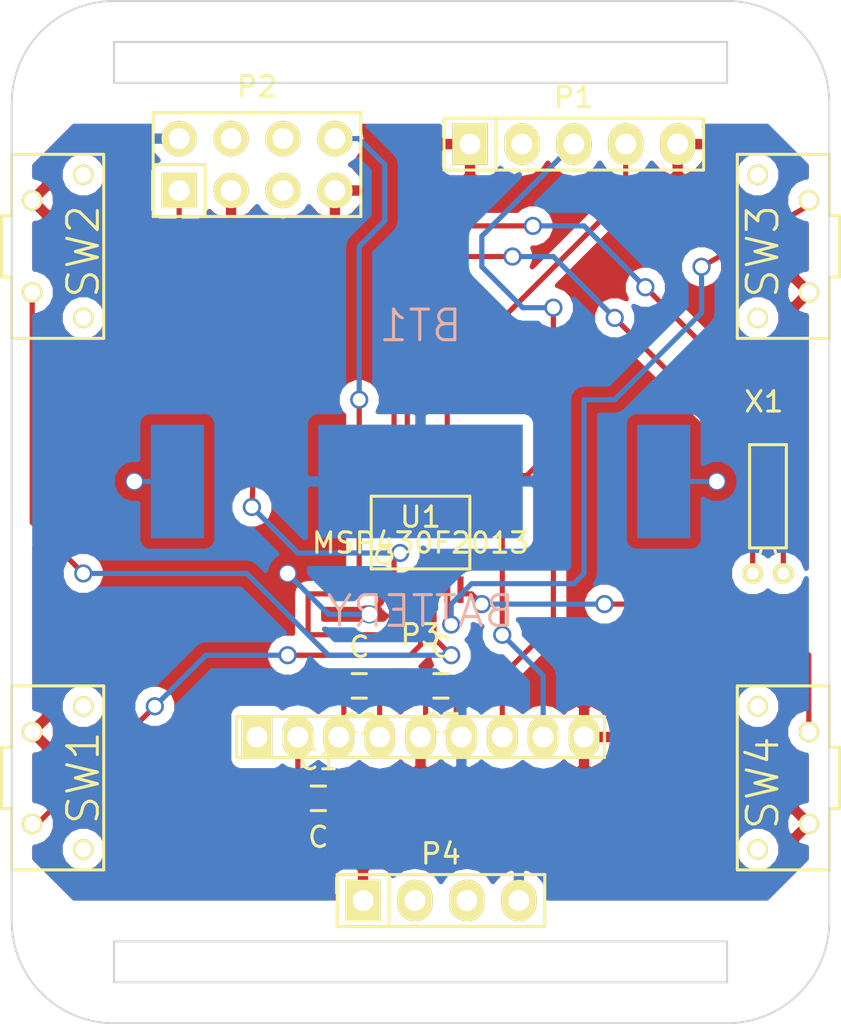
<source format=kicad_pcb>
(kicad_pcb (version 4) (host pcbnew "(2014-11-17 BZR 5289)-product")

  (general
    (links 38)
    (no_connects 10)
    (area 189.492429 106.949999 252.007572 157.050001)
    (thickness 1.6)
    (drawings 25)
    (tracks 132)
    (zones 0)
    (modules 14)
    (nets 22)
  )

  (page A4)
  (layers
    (0 F.Cu signal)
    (31 B.Cu signal hide)
    (32 B.Adhes user)
    (33 F.Adhes user)
    (34 B.Paste user)
    (35 F.Paste user)
    (36 B.SilkS user)
    (37 F.SilkS user)
    (38 B.Mask user)
    (39 F.Mask user)
    (40 Dwgs.User user)
    (41 Cmts.User user)
    (42 Eco1.User user)
    (43 Eco2.User user)
    (44 Edge.Cuts user)
    (45 Margin user)
    (46 B.CrtYd user)
    (47 F.CrtYd user)
    (48 B.Fab user)
    (49 F.Fab user)
  )

  (setup
    (last_trace_width 0.254)
    (trace_clearance 0.254)
    (zone_clearance 0.508)
    (zone_45_only no)
    (trace_min 0.254)
    (segment_width 0.2)
    (edge_width 0.1)
    (via_size 0.889)
    (via_drill 0.635)
    (via_min_size 0.889)
    (via_min_drill 0.508)
    (uvia_size 0.508)
    (uvia_drill 0.127)
    (uvias_allowed no)
    (uvia_min_size 0.508)
    (uvia_min_drill 0.127)
    (pcb_text_width 0.3)
    (pcb_text_size 1.5 1.5)
    (mod_edge_width 0.15)
    (mod_text_size 1 1)
    (mod_text_width 0.15)
    (pad_size 1.5 2.032)
    (pad_drill 1.016)
    (pad_to_mask_clearance 0)
    (aux_axis_origin 0 0)
    (visible_elements FFFFFF7F)
    (pcbplotparams
      (layerselection 0x010f0_80000001)
      (usegerberextensions false)
      (excludeedgelayer true)
      (linewidth 0.100000)
      (plotframeref false)
      (viasonmask false)
      (mode 1)
      (useauxorigin false)
      (hpglpennumber 1)
      (hpglpenspeed 20)
      (hpglpendiameter 15)
      (hpglpenoverlay 2)
      (psnegative false)
      (psa4output false)
      (plotreference true)
      (plotvalue true)
      (plotinvisibletext false)
      (padsonsilk false)
      (subtractmaskfromsilk false)
      (outputformat 1)
      (mirror false)
      (drillshape 0)
      (scaleselection 1)
      (outputdirectory gerbers))
  )

  (net 0 "")
  (net 1 "Net-(C1-Pad1)")
  (net 2 +3.3V)
  (net 3 "Net-(C2-Pad1)")
  (net 4 "Net-(C2-Pad2)")
  (net 5 GND)
  (net 6 SCL)
  (net 7 "Net-(P2-Pad1)")
  (net 8 "Net-(P2-Pad4)")
  (net 9 "Net-(P2-Pad5)")
  (net 10 "Net-(P2-Pad6)")
  (net 11 "Net-(P2-Pad8)")
  (net 12 "Net-(P3-Pad1)")
  (net 13 SDA)
  (net 14 "Net-(P4-Pad2)")
  (net 15 "Net-(P4-Pad3)")
  (net 16 "Net-(SW1-Pad1)")
  (net 17 "Net-(SW2-Pad1)")
  (net 18 "Net-(SW3-Pad1)")
  (net 19 "Net-(SW4-Pad1)")
  (net 20 "Net-(U1-Pad12)")
  (net 21 "Net-(U1-Pad13)")

  (net_class Default "This is the default net class."
    (clearance 0.254)
    (trace_width 0.254)
    (via_dia 0.889)
    (via_drill 0.635)
    (uvia_dia 0.508)
    (uvia_drill 0.127)
    (add_net "Net-(C1-Pad1)")
    (add_net "Net-(C2-Pad1)")
    (add_net "Net-(C2-Pad2)")
    (add_net "Net-(P2-Pad1)")
    (add_net "Net-(P2-Pad4)")
    (add_net "Net-(P2-Pad5)")
    (add_net "Net-(P2-Pad6)")
    (add_net "Net-(P2-Pad8)")
    (add_net "Net-(P3-Pad1)")
    (add_net "Net-(P4-Pad2)")
    (add_net "Net-(P4-Pad3)")
    (add_net "Net-(SW1-Pad1)")
    (add_net "Net-(SW2-Pad1)")
    (add_net "Net-(SW3-Pad1)")
    (add_net "Net-(SW4-Pad1)")
    (add_net "Net-(U1-Pad12)")
    (add_net "Net-(U1-Pad13)")
    (add_net SCL)
    (add_net SDA)
  )

  (net_class pwr ""
    (clearance 0.254)
    (trace_width 1)
    (via_dia 1.2)
    (via_drill 0.75)
    (uvia_dia 0.508)
    (uvia_drill 0.127)
    (add_net +3.3V)
    (add_net GND)
  )

  (module Capacitors_SMD:C_0603 (layer F.Cu) (tedit 5415D631) (tstamp 54C0FA80)
    (at 213 146)
    (descr "Capacitor SMD 0603, reflow soldering, AVX (see smccp.pdf)")
    (tags "capacitor 0603")
    (path /54C0EA1F)
    (attr smd)
    (fp_text reference C1 (at 0 -1.9) (layer F.SilkS)
      (effects (font (size 1 1) (thickness 0.15)))
    )
    (fp_text value C (at 0 1.9) (layer F.SilkS)
      (effects (font (size 1 1) (thickness 0.15)))
    )
    (fp_line (start -1.45 -0.75) (end 1.45 -0.75) (layer F.CrtYd) (width 0.05))
    (fp_line (start -1.45 0.75) (end 1.45 0.75) (layer F.CrtYd) (width 0.05))
    (fp_line (start -1.45 -0.75) (end -1.45 0.75) (layer F.CrtYd) (width 0.05))
    (fp_line (start 1.45 -0.75) (end 1.45 0.75) (layer F.CrtYd) (width 0.05))
    (fp_line (start -0.35 -0.6) (end 0.35 -0.6) (layer F.SilkS) (width 0.15))
    (fp_line (start 0.35 0.6) (end -0.35 0.6) (layer F.SilkS) (width 0.15))
    (pad 1 smd rect (at -0.75 0) (size 0.8 0.75) (layers F.Cu F.Paste F.Mask)
      (net 1 "Net-(C1-Pad1)"))
    (pad 2 smd rect (at 0.75 0) (size 0.8 0.75) (layers F.Cu F.Paste F.Mask)
      (net 2 +3.3V))
    (model Capacitors_SMD/C_0603.wrl
      (at (xyz 0 0 0))
      (scale (xyz 1 1 1))
      (rotate (xyz 0 0 0))
    )
  )

  (module Capacitors_SMD:C_0603 (layer F.Cu) (tedit 5415D631) (tstamp 54C0FA86)
    (at 215 140.5 180)
    (descr "Capacitor SMD 0603, reflow soldering, AVX (see smccp.pdf)")
    (tags "capacitor 0603")
    (path /54C0E89C)
    (attr smd)
    (fp_text reference C2 (at 0 -1.9 180) (layer F.SilkS)
      (effects (font (size 1 1) (thickness 0.15)))
    )
    (fp_text value C (at 0 1.9 180) (layer F.SilkS)
      (effects (font (size 1 1) (thickness 0.15)))
    )
    (fp_line (start -1.45 -0.75) (end 1.45 -0.75) (layer F.CrtYd) (width 0.05))
    (fp_line (start -1.45 0.75) (end 1.45 0.75) (layer F.CrtYd) (width 0.05))
    (fp_line (start -1.45 -0.75) (end -1.45 0.75) (layer F.CrtYd) (width 0.05))
    (fp_line (start 1.45 -0.75) (end 1.45 0.75) (layer F.CrtYd) (width 0.05))
    (fp_line (start -0.35 -0.6) (end 0.35 -0.6) (layer F.SilkS) (width 0.15))
    (fp_line (start 0.35 0.6) (end -0.35 0.6) (layer F.SilkS) (width 0.15))
    (pad 1 smd rect (at -0.75 0 180) (size 0.8 0.75) (layers F.Cu F.Paste F.Mask)
      (net 3 "Net-(C2-Pad1)"))
    (pad 2 smd rect (at 0.75 0 180) (size 0.8 0.75) (layers F.Cu F.Paste F.Mask)
      (net 4 "Net-(C2-Pad2)"))
    (model Capacitors_SMD/C_0603.wrl
      (at (xyz 0 0 0))
      (scale (xyz 1 1 1))
      (rotate (xyz 0 0 0))
    )
  )

  (module Capacitors_SMD:C_0603 (layer F.Cu) (tedit 5415D631) (tstamp 54C0FA8C)
    (at 219 140.5 180)
    (descr "Capacitor SMD 0603, reflow soldering, AVX (see smccp.pdf)")
    (tags "capacitor 0603")
    (path /54C0E8EB)
    (attr smd)
    (fp_text reference C3 (at 0 -1.9 180) (layer F.SilkS)
      (effects (font (size 1 1) (thickness 0.15)))
    )
    (fp_text value C (at 0 1.9 180) (layer F.SilkS)
      (effects (font (size 1 1) (thickness 0.15)))
    )
    (fp_line (start -1.45 -0.75) (end 1.45 -0.75) (layer F.CrtYd) (width 0.05))
    (fp_line (start -1.45 0.75) (end 1.45 0.75) (layer F.CrtYd) (width 0.05))
    (fp_line (start -1.45 -0.75) (end -1.45 0.75) (layer F.CrtYd) (width 0.05))
    (fp_line (start 1.45 -0.75) (end 1.45 0.75) (layer F.CrtYd) (width 0.05))
    (fp_line (start -0.35 -0.6) (end 0.35 -0.6) (layer F.SilkS) (width 0.15))
    (fp_line (start 0.35 0.6) (end -0.35 0.6) (layer F.SilkS) (width 0.15))
    (pad 1 smd rect (at -0.75 0 180) (size 0.8 0.75) (layers F.Cu F.Paste F.Mask)
      (net 5 GND))
    (pad 2 smd rect (at 0.75 0 180) (size 0.8 0.75) (layers F.Cu F.Paste F.Mask)
      (net 2 +3.3V))
    (model Capacitors_SMD/C_0603.wrl
      (at (xyz 0 0 0))
      (scale (xyz 1 1 1))
      (rotate (xyz 0 0 0))
    )
  )

  (module Pin_Headers:Pin_Header_Straight_1x05 (layer F.Cu) (tedit 54C0FA5C) (tstamp 54C0FA95)
    (at 225.5 114)
    (descr "Through hole pin header")
    (tags "pin header")
    (path /54C09C2B)
    (fp_text reference P1 (at 0 -2.286) (layer F.SilkS)
      (effects (font (size 1 1) (thickness 0.15)))
    )
    (fp_text value BARO (at 0 0) (layer F.SilkS) hide
      (effects (font (size 1 1) (thickness 0.15)))
    )
    (fp_line (start -3.81 -1.27) (end 6.35 -1.27) (layer F.SilkS) (width 0.15))
    (fp_line (start 6.35 -1.27) (end 6.35 1.27) (layer F.SilkS) (width 0.15))
    (fp_line (start 6.35 1.27) (end -3.81 1.27) (layer F.SilkS) (width 0.15))
    (fp_line (start -6.35 -1.27) (end -3.81 -1.27) (layer F.SilkS) (width 0.15))
    (fp_line (start -3.81 -1.27) (end -3.81 1.27) (layer F.SilkS) (width 0.15))
    (fp_line (start -6.35 -1.27) (end -6.35 1.27) (layer F.SilkS) (width 0.15))
    (fp_line (start -6.35 1.27) (end -3.81 1.27) (layer F.SilkS) (width 0.15))
    (pad 1 thru_hole rect (at -5.08 0) (size 1.7272 2.032) (drill 1.016) (layers *.Cu *.Mask F.SilkS)
      (net 2 +3.3V))
    (pad 2 thru_hole oval (at -2.54 0) (size 1.7272 2.032) (drill 1.016) (layers *.Cu *.Mask F.SilkS)
      (net 5 GND))
    (pad 3 thru_hole oval (at 0 0) (size 1.7272 2.032) (drill 1.016) (layers *.Cu *.Mask F.SilkS)
      (net 6 SCL))
    (pad 4 thru_hole oval (at 2.54 0) (size 1.7272 2.032) (drill 1.016) (layers *.Cu *.Mask F.SilkS)
      (net 13 SDA))
    (pad 5 thru_hole oval (at 5.08 0) (size 1.7272 2.032) (drill 1.016) (layers *.Cu *.Mask F.SilkS)
      (net 2 +3.3V))
    (model Pin_Headers/Pin_Header_Straight_1x05.wrl
      (at (xyz 0 0 0))
      (scale (xyz 1 1 1))
      (rotate (xyz 0 0 0))
    )
  )

  (module Pin_Headers:Pin_Header_Straight_2x04 (layer F.Cu) (tedit 54C0FA5C) (tstamp 54C0FAA1)
    (at 210 115)
    (descr "Through hole pin header")
    (tags "pin header")
    (path /54C09BB3)
    (fp_text reference P2 (at 0 -3.81) (layer F.SilkS)
      (effects (font (size 1 1) (thickness 0.15)))
    )
    (fp_text value ESP8266 (at 0 0) (layer F.SilkS) hide
      (effects (font (size 1 1) (thickness 0.15)))
    )
    (fp_line (start -2.54 2.54) (end 5.08 2.54) (layer F.SilkS) (width 0.15))
    (fp_line (start 5.08 2.54) (end 5.08 -2.54) (layer F.SilkS) (width 0.15))
    (fp_line (start 5.08 -2.54) (end -5.08 -2.54) (layer F.SilkS) (width 0.15))
    (fp_line (start -5.08 -2.54) (end -5.08 0) (layer F.SilkS) (width 0.15))
    (fp_line (start -5.08 2.54) (end -2.54 2.54) (layer F.SilkS) (width 0.15))
    (fp_line (start -5.08 0) (end -2.54 0) (layer F.SilkS) (width 0.15))
    (fp_line (start -2.54 0) (end -2.54 2.54) (layer F.SilkS) (width 0.15))
    (fp_line (start -5.08 2.54) (end -5.08 0) (layer F.SilkS) (width 0.15))
    (pad 1 thru_hole rect (at -3.81 1.27) (size 1.7272 1.7272) (drill 1.016) (layers *.Cu *.Mask F.SilkS)
      (net 7 "Net-(P2-Pad1)"))
    (pad 2 thru_hole oval (at -3.81 -1.27) (size 1.7272 1.7272) (drill 1.016) (layers *.Cu *.Mask F.SilkS)
      (net 5 GND))
    (pad 3 thru_hole oval (at -1.27 1.27) (size 1.7272 1.7272) (drill 1.016) (layers *.Cu *.Mask F.SilkS)
      (net 2 +3.3V))
    (pad 4 thru_hole oval (at -1.27 -1.27) (size 1.7272 1.7272) (drill 1.016) (layers *.Cu *.Mask F.SilkS)
      (net 8 "Net-(P2-Pad4)"))
    (pad 5 thru_hole oval (at 1.27 1.27) (size 1.7272 1.7272) (drill 1.016) (layers *.Cu *.Mask F.SilkS)
      (net 9 "Net-(P2-Pad5)"))
    (pad 6 thru_hole oval (at 1.27 -1.27) (size 1.7272 1.7272) (drill 1.016) (layers *.Cu *.Mask F.SilkS)
      (net 10 "Net-(P2-Pad6)"))
    (pad 7 thru_hole oval (at 3.81 1.27) (size 1.7272 1.7272) (drill 1.016) (layers *.Cu *.Mask F.SilkS)
      (net 2 +3.3V))
    (pad 8 thru_hole oval (at 3.81 -1.27) (size 1.7272 1.7272) (drill 1.016) (layers *.Cu *.Mask F.SilkS)
      (net 11 "Net-(P2-Pad8)"))
    (model Pin_Headers/Pin_Header_Straight_2x04.wrl
      (at (xyz 0 0 0))
      (scale (xyz 1 1 1))
      (rotate (xyz 0 0 0))
    )
  )

  (module Pin_Headers:Pin_Header_Straight_1x04 (layer F.Cu) (tedit 54C0FA5C) (tstamp 54C0FAB6)
    (at 219 151)
    (descr "Through hole pin header")
    (tags "pin header")
    (path /54C1164B)
    (fp_text reference P4 (at 0 -2.286) (layer F.SilkS)
      (effects (font (size 1 1) (thickness 0.15)))
    )
    (fp_text value PROG (at 0 0) (layer F.SilkS) hide
      (effects (font (size 1 1) (thickness 0.15)))
    )
    (fp_line (start -2.54 1.27) (end 5.08 1.27) (layer F.SilkS) (width 0.15))
    (fp_line (start -2.54 -1.27) (end 5.08 -1.27) (layer F.SilkS) (width 0.15))
    (fp_line (start -5.08 -1.27) (end -2.54 -1.27) (layer F.SilkS) (width 0.15))
    (fp_line (start 5.08 1.27) (end 5.08 -1.27) (layer F.SilkS) (width 0.15))
    (fp_line (start -2.54 -1.27) (end -2.54 1.27) (layer F.SilkS) (width 0.15))
    (fp_line (start -5.08 -1.27) (end -5.08 1.27) (layer F.SilkS) (width 0.15))
    (fp_line (start -5.08 1.27) (end -2.54 1.27) (layer F.SilkS) (width 0.15))
    (pad 1 thru_hole rect (at -3.81 0) (size 1.7272 2.032) (drill 1.016) (layers *.Cu *.Mask F.SilkS)
      (net 2 +3.3V))
    (pad 2 thru_hole oval (at -1.27 0) (size 1.7272 2.032) (drill 1.016) (layers *.Cu *.Mask F.SilkS)
      (net 14 "Net-(P4-Pad2)"))
    (pad 3 thru_hole oval (at 1.27 0) (size 1.7272 2.032) (drill 1.016) (layers *.Cu *.Mask F.SilkS)
      (net 15 "Net-(P4-Pad3)"))
    (pad 4 thru_hole oval (at 3.81 0) (size 1.7272 2.032) (drill 1.016) (layers *.Cu *.Mask F.SilkS)
      (net 5 GND))
    (model Pin_Headers/Pin_Header_Straight_1x04.wrl
      (at (xyz 0 0 0))
      (scale (xyz 1 1 1))
      (rotate (xyz 0 0 0))
    )
  )

  (module sw:SIDE_SW666 (layer F.Cu) (tedit 54C111DF) (tstamp 54C0FABE)
    (at 199 145 90)
    (path /54C15467)
    (fp_text reference SW1 (at 0 2.5 90) (layer F.SilkS)
      (effects (font (size 1.5 1.5) (thickness 0.15)))
    )
    (fp_text value SW_PUSH (at 0.25 -4 90) (layer F.SilkS) hide
      (effects (font (size 1.5 1.5) (thickness 0.15)))
    )
    (fp_line (start 4.5 3.5) (end 4.5 -1) (layer F.SilkS) (width 0.15))
    (fp_line (start 4.5 -1) (end 1.5 -1) (layer F.SilkS) (width 0.15))
    (fp_line (start 1.5 -1) (end 1.5 -1.5) (layer F.SilkS) (width 0.15))
    (fp_line (start 1.5 -1.5) (end -1.5 -1.5) (layer F.SilkS) (width 0.15))
    (fp_line (start -1.5 -1.5) (end -1.5 -1) (layer F.SilkS) (width 0.15))
    (fp_line (start -1.5 -1) (end -4.5 -1) (layer F.SilkS) (width 0.15))
    (fp_line (start -4.5 -1) (end -4.5 3.5) (layer F.SilkS) (width 0.15))
    (fp_line (start -4.5 3.5) (end 4.5 3.5) (layer F.SilkS) (width 0.15))
    (pad 1 thru_hole circle (at -2.25 0 90) (size 1 1) (drill 0.762) (layers *.Cu *.Mask F.SilkS)
      (net 16 "Net-(SW1-Pad1)"))
    (pad 2 thru_hole circle (at 2.25 0 90) (size 1 1) (drill 0.762) (layers *.Cu *.Mask F.SilkS)
      (net 2 +3.3V))
    (pad 3 thru_hole circle (at -3.5 2.5 90) (size 1 1) (drill 0.762) (layers *.Cu *.Mask F.SilkS))
    (pad 4 thru_hole circle (at 3.5 2.5 90) (size 1 1) (drill 0.762) (layers *.Cu *.Mask F.SilkS))
  )

  (module sw:SIDE_SW666 (layer F.Cu) (tedit 54C111B6) (tstamp 54C0FAC6)
    (at 199 119 90)
    (path /54C154A2)
    (fp_text reference SW2 (at -0.25 2.5 90) (layer F.SilkS)
      (effects (font (size 1.5 1.5) (thickness 0.15)))
    )
    (fp_text value SW_PUSH (at 9 -3 90) (layer F.SilkS) hide
      (effects (font (size 1.5 1.5) (thickness 0.15)))
    )
    (fp_line (start 4.5 3.5) (end 4.5 -1) (layer F.SilkS) (width 0.15))
    (fp_line (start 4.5 -1) (end 1.5 -1) (layer F.SilkS) (width 0.15))
    (fp_line (start 1.5 -1) (end 1.5 -1.5) (layer F.SilkS) (width 0.15))
    (fp_line (start 1.5 -1.5) (end -1.5 -1.5) (layer F.SilkS) (width 0.15))
    (fp_line (start -1.5 -1.5) (end -1.5 -1) (layer F.SilkS) (width 0.15))
    (fp_line (start -1.5 -1) (end -4.5 -1) (layer F.SilkS) (width 0.15))
    (fp_line (start -4.5 -1) (end -4.5 3.5) (layer F.SilkS) (width 0.15))
    (fp_line (start -4.5 3.5) (end 4.5 3.5) (layer F.SilkS) (width 0.15))
    (pad 1 thru_hole circle (at -2.25 0 90) (size 1 1) (drill 0.762) (layers *.Cu *.Mask F.SilkS)
      (net 17 "Net-(SW2-Pad1)"))
    (pad 2 thru_hole circle (at 2.25 0 90) (size 1 1) (drill 0.762) (layers *.Cu *.Mask F.SilkS)
      (net 2 +3.3V))
    (pad 3 thru_hole circle (at -3.5 2.5 90) (size 1 1) (drill 0.762) (layers *.Cu *.Mask F.SilkS))
    (pad 4 thru_hole circle (at 3.5 2.5 90) (size 1 1) (drill 0.762) (layers *.Cu *.Mask F.SilkS))
  )

  (module sw:SIDE_SW666 (layer F.Cu) (tedit 54C111CF) (tstamp 54C0FACE)
    (at 237 119 270)
    (path /54C154E8)
    (fp_text reference SW3 (at 0.25 2.25 270) (layer F.SilkS)
      (effects (font (size 1.5 1.5) (thickness 0.15)))
    )
    (fp_text value SW_PUSH (at -0.25 -3.25 270) (layer F.SilkS) hide
      (effects (font (size 1.5 1.5) (thickness 0.15)))
    )
    (fp_line (start 4.5 3.5) (end 4.5 -1) (layer F.SilkS) (width 0.15))
    (fp_line (start 4.5 -1) (end 1.5 -1) (layer F.SilkS) (width 0.15))
    (fp_line (start 1.5 -1) (end 1.5 -1.5) (layer F.SilkS) (width 0.15))
    (fp_line (start 1.5 -1.5) (end -1.5 -1.5) (layer F.SilkS) (width 0.15))
    (fp_line (start -1.5 -1.5) (end -1.5 -1) (layer F.SilkS) (width 0.15))
    (fp_line (start -1.5 -1) (end -4.5 -1) (layer F.SilkS) (width 0.15))
    (fp_line (start -4.5 -1) (end -4.5 3.5) (layer F.SilkS) (width 0.15))
    (fp_line (start -4.5 3.5) (end 4.5 3.5) (layer F.SilkS) (width 0.15))
    (pad 1 thru_hole circle (at -2.25 0 270) (size 1 1) (drill 0.762) (layers *.Cu *.Mask F.SilkS)
      (net 18 "Net-(SW3-Pad1)"))
    (pad 2 thru_hole circle (at 2.25 0 270) (size 1 1) (drill 0.762) (layers *.Cu *.Mask F.SilkS)
      (net 2 +3.3V))
    (pad 3 thru_hole circle (at -3.5 2.5 270) (size 1 1) (drill 0.762) (layers *.Cu *.Mask F.SilkS))
    (pad 4 thru_hole circle (at 3.5 2.5 270) (size 1 1) (drill 0.762) (layers *.Cu *.Mask F.SilkS))
  )

  (module sw:SIDE_SW666 (layer F.Cu) (tedit 54C111D5) (tstamp 54C0FAD6)
    (at 237 145 270)
    (path /54C15531)
    (fp_text reference SW4 (at 0.25 2.25 270) (layer F.SilkS)
      (effects (font (size 1.5 1.5) (thickness 0.15)))
    )
    (fp_text value SW_PUSH (at -0.75 -9.5 270) (layer F.SilkS) hide
      (effects (font (size 1.5 1.5) (thickness 0.15)))
    )
    (fp_line (start 4.5 3.5) (end 4.5 -1) (layer F.SilkS) (width 0.15))
    (fp_line (start 4.5 -1) (end 1.5 -1) (layer F.SilkS) (width 0.15))
    (fp_line (start 1.5 -1) (end 1.5 -1.5) (layer F.SilkS) (width 0.15))
    (fp_line (start 1.5 -1.5) (end -1.5 -1.5) (layer F.SilkS) (width 0.15))
    (fp_line (start -1.5 -1.5) (end -1.5 -1) (layer F.SilkS) (width 0.15))
    (fp_line (start -1.5 -1) (end -4.5 -1) (layer F.SilkS) (width 0.15))
    (fp_line (start -4.5 -1) (end -4.5 3.5) (layer F.SilkS) (width 0.15))
    (fp_line (start -4.5 3.5) (end 4.5 3.5) (layer F.SilkS) (width 0.15))
    (pad 1 thru_hole circle (at -2.25 0 270) (size 1 1) (drill 0.762) (layers *.Cu *.Mask F.SilkS)
      (net 19 "Net-(SW4-Pad1)"))
    (pad 2 thru_hole circle (at 2.25 0 270) (size 1 1) (drill 0.762) (layers *.Cu *.Mask F.SilkS)
      (net 2 +3.3V))
    (pad 3 thru_hole circle (at -3.5 2.5 270) (size 1 1) (drill 0.762) (layers *.Cu *.Mask F.SilkS))
    (pad 4 thru_hole circle (at 3.5 2.5 270) (size 1 1) (drill 0.762) (layers *.Cu *.Mask F.SilkS))
  )

  (module SMD_Packages:TSSOP-14 (layer F.Cu) (tedit 54C0FA5C) (tstamp 54C0FAE8)
    (at 218 133)
    (path /54C0B6ED)
    (attr smd)
    (fp_text reference U1 (at 0 -0.762) (layer F.SilkS)
      (effects (font (size 1 1) (thickness 0.15)))
    )
    (fp_text value MSP430F2013 (at 0 0.508) (layer F.SilkS)
      (effects (font (size 1 1) (thickness 0.15)))
    )
    (fp_line (start -2.413 -1.778) (end 2.413 -1.778) (layer F.SilkS) (width 0.15))
    (fp_line (start 2.413 -1.778) (end 2.413 1.778) (layer F.SilkS) (width 0.15))
    (fp_line (start 2.413 1.778) (end -2.413 1.778) (layer F.SilkS) (width 0.15))
    (fp_line (start -2.413 1.778) (end -2.413 -1.778) (layer F.SilkS) (width 0.15))
    (fp_circle (center -1.778 1.143) (end -2.159 1.143) (layer F.SilkS) (width 0.15))
    (pad 1 smd rect (at -1.9304 2.794) (size 0.29972 1.30048) (layers F.Cu F.Paste F.Mask)
      (net 2 +3.3V))
    (pad 2 smd rect (at -1.2954 2.794) (size 0.29972 1.30048) (layers F.Cu F.Paste F.Mask)
      (net 7 "Net-(P2-Pad1)"))
    (pad 3 smd rect (at -0.635 2.794) (size 0.29972 1.30048) (layers F.Cu F.Paste F.Mask)
      (net 11 "Net-(P2-Pad8)"))
    (pad 4 smd rect (at 0 2.794) (size 0.29972 1.30048) (layers F.Cu F.Paste F.Mask)
      (net 16 "Net-(SW1-Pad1)"))
    (pad 5 smd rect (at 0.6604 2.794) (size 0.29972 1.30048) (layers F.Cu F.Paste F.Mask)
      (net 17 "Net-(SW2-Pad1)"))
    (pad 6 smd rect (at 1.3081 2.794) (size 0.29972 1.30048) (layers F.Cu F.Paste F.Mask)
      (net 18 "Net-(SW3-Pad1)"))
    (pad 7 smd rect (at 1.9558 2.794) (size 0.29972 1.30048) (layers F.Cu F.Paste F.Mask)
      (net 19 "Net-(SW4-Pad1)"))
    (pad 8 smd rect (at 1.9558 -2.794) (size 0.29972 1.30048) (layers F.Cu F.Paste F.Mask)
      (net 6 SCL))
    (pad 9 smd rect (at 1.3081 -2.794) (size 0.29972 1.30048) (layers F.Cu F.Paste F.Mask)
      (net 13 SDA))
    (pad 10 smd rect (at 0.6604 -2.794) (size 0.29972 1.30048) (layers F.Cu F.Paste F.Mask)
      (net 15 "Net-(P4-Pad3)"))
    (pad 11 smd rect (at 0 -2.794) (size 0.29972 1.30048) (layers F.Cu F.Paste F.Mask)
      (net 14 "Net-(P4-Pad2)"))
    (pad 12 smd rect (at -0.6477 -2.794) (size 0.29972 1.30048) (layers F.Cu F.Paste F.Mask)
      (net 20 "Net-(U1-Pad12)"))
    (pad 13 smd rect (at -1.2954 -2.794) (size 0.29972 1.30048) (layers F.Cu F.Paste F.Mask)
      (net 21 "Net-(U1-Pad13)"))
    (pad 14 smd rect (at -1.9431 -2.794) (size 0.29972 1.30048) (layers F.Cu F.Paste F.Mask)
      (net 5 GND))
    (model SMD_Packages/TSSOP-14.wrl
      (at (xyz 0 0 0))
      (scale (xyz 1 1 1))
      (rotate (xyz 0 0 0))
    )
  )

  (module Crystals:Crystal_Round_Horizontal_2mm (layer F.Cu) (tedit 54C0FA5C) (tstamp 54C0FAEE)
    (at 235 135)
    (descr "Crystal, Quarz, Rundgehaeuse, round, horizontal, liegend, Uhrenquarz, Diam. 2mm,")
    (tags "Crystal, Quarz, Rundgehaeuse, round, horizontal, liegend, Uhrenquarz, Diam. 2mm,")
    (path /54C0B91D)
    (fp_text reference X1 (at -0.20066 -8.39978) (layer F.SilkS)
      (effects (font (size 1 1) (thickness 0.15)))
    )
    (fp_text value CRYSTAL (at 0 3.81) (layer F.SilkS) hide
      (effects (font (size 1 1) (thickness 0.15)))
    )
    (fp_line (start -0.29972 -1.24968) (end -0.39878 -0.94996) (layer F.SilkS) (width 0.15))
    (fp_line (start 0.29972 -1.24968) (end 0.39878 -0.94996) (layer F.SilkS) (width 0.15))
    (fp_line (start 0.89916 -1.24968) (end 0.89916 -6.2992) (layer F.SilkS) (width 0.15))
    (fp_line (start 0.89916 -6.2992) (end -0.89916 -6.2992) (layer F.SilkS) (width 0.15))
    (fp_line (start -0.89916 -6.2992) (end -0.89916 -1.24968) (layer F.SilkS) (width 0.15))
    (fp_line (start 0.89916 -1.24968) (end -0.89916 -1.24968) (layer F.SilkS) (width 0.15))
    (pad 1 thru_hole circle (at -0.7493 0) (size 1.00076 1.00076) (drill 0.59944) (layers *.Cu *.Mask F.SilkS)
      (net 20 "Net-(U1-Pad12)"))
    (pad 2 thru_hole circle (at 0.7493 0) (size 1.00076 1.00076) (drill 0.59944) (layers *.Cu *.Mask F.SilkS)
      (net 21 "Net-(U1-Pad13)"))
  )

  (module sw:01x09_2mm (layer F.Cu) (tedit 54C0FCCE) (tstamp 54C0FE6F)
    (at 218 143)
    (descr "Through hole pin header")
    (tags "pin header")
    (path /54C0E66A)
    (fp_text reference P3 (at 0 -5) (layer F.SilkS)
      (effects (font (size 1 1) (thickness 0.15)))
    )
    (fp_text value "I2C LCD" (at 0 3) (layer F.SilkS) hide
      (effects (font (size 1 1) (thickness 0.15)))
    )
    (fp_line (start 9 -1) (end -9 -1) (layer F.SilkS) (width 0.15))
    (fp_line (start -9 -1) (end -9 1) (layer F.SilkS) (width 0.15))
    (fp_line (start -9 1) (end 9 1) (layer F.SilkS) (width 0.15))
    (fp_line (start 9 1) (end 9 -1) (layer F.SilkS) (width 0.15))
    (pad 1 thru_hole rect (at -8 0) (size 1.5 2.032) (drill 1.016) (layers *.Cu *.Mask F.SilkS)
      (net 12 "Net-(P3-Pad1)"))
    (pad 2 thru_hole oval (at -6 0) (size 1.5 2.032) (drill 1.016) (layers *.Cu *.Mask F.SilkS)
      (net 1 "Net-(C1-Pad1)"))
    (pad 3 thru_hole oval (at -4 0) (size 1.5 2.032) (drill 1.016) (layers *.Cu *.Mask F.SilkS)
      (net 4 "Net-(C2-Pad2)"))
    (pad 4 thru_hole oval (at -2 0) (size 1.5 2.032) (drill 1.016) (layers *.Cu *.Mask F.SilkS)
      (net 3 "Net-(C2-Pad1)"))
    (pad 5 thru_hole oval (at 0 0) (size 1.5 2.032) (drill 1.016) (layers *.Cu *.Mask F.SilkS)
      (net 2 +3.3V))
    (pad 6 thru_hole oval (at 2 0) (size 1.5 2.032) (drill 1.016) (layers *.Cu *.Mask F.SilkS)
      (net 5 GND))
    (pad 7 thru_hole oval (at 4 0) (size 1.5 2.032) (drill 1.016) (layers *.Cu *.Mask F.SilkS)
      (net 6 SCL))
    (pad 8 thru_hole oval (at 6 0) (size 1.5 2.032) (drill 1.016) (layers *.Cu *.Mask F.SilkS)
      (net 13 SDA))
    (pad 9 thru_hole oval (at 8 0) (size 1.5 2.032) (drill 1.016) (layers *.Cu *.Mask F.SilkS)
      (net 2 +3.3V))
    (model Pin_Headers/Pin_Header_Straight_1x09.wrl
      (at (xyz 0 0 0))
      (scale (xyz 1 1 1))
      (rotate (xyz 0 0 0))
    )
  )

  (module sw:BC2003-CR2032 (layer B.Cu) (tedit 548EE840) (tstamp 54C10221)
    (at 218 130.5)
    (path /54C16B66)
    (fp_text reference BT1 (at 0 -7.62) (layer B.SilkS)
      (effects (font (size 1.5 1.5) (thickness 0.15)) (justify mirror))
    )
    (fp_text value BATTERY (at 0 6.35) (layer B.SilkS)
      (effects (font (size 1.5 1.5) (thickness 0.15)) (justify mirror))
    )
    (pad 2 smd rect (at 0 0) (size 10 5.56) (layers B.Cu B.Paste B.Mask)
      (net 5 GND))
    (pad 1 smd rect (at 11.9 0) (size 2.6 5.56) (layers B.Cu B.Paste B.Mask)
      (net 2 +3.3V))
    (pad 1 smd rect (at -11.9 0) (size 2.6 5.56) (layers B.Cu B.Paste B.Mask)
      (net 2 +3.3V))
  )

  (gr_line (start 203 155) (end 233 155) (angle 90) (layer Edge.Cuts) (width 0.1))
  (gr_line (start 203 153) (end 203 155) (angle 90) (layer Edge.Cuts) (width 0.1))
  (gr_line (start 233 153) (end 203 153) (angle 90) (layer Edge.Cuts) (width 0.1))
  (gr_line (start 233 155) (end 233 153) (angle 90) (layer Edge.Cuts) (width 0.1))
  (gr_line (start 233 109) (end 203 109) (angle 90) (layer Edge.Cuts) (width 0.1))
  (gr_line (start 233 111) (end 233 109) (angle 90) (layer Edge.Cuts) (width 0.1))
  (gr_line (start 203 111) (end 233 111) (angle 90) (layer Edge.Cuts) (width 0.1))
  (gr_line (start 203 109) (end 203 111) (angle 90) (layer Edge.Cuts) (width 0.1))
  (gr_line (start 203 107) (end 233 107) (angle 90) (layer Edge.Cuts) (width 0.1))
  (gr_line (start 233 157) (end 203 157) (angle 90) (layer Edge.Cuts) (width 0.1))
  (gr_arc (start 203 152) (end 203 157) (angle 90) (layer Edge.Cuts) (width 0.1))
  (gr_arc (start 233 152) (end 238 152) (angle 90) (layer Edge.Cuts) (width 0.1))
  (gr_arc (start 203 112) (end 198 112) (angle 90) (layer Edge.Cuts) (width 0.1))
  (gr_arc (start 233 112) (end 233 107) (angle 90) (layer Edge.Cuts) (width 0.1))
  (gr_line (start 219 137) (end 208 137) (angle 90) (layer F.Mask) (width 0.2))
  (gr_line (start 218 112) (end 218 137) (angle 90) (layer F.Mask) (width 0.2))
  (gr_line (start 203 137) (end 208 137) (angle 90) (layer F.Mask) (width 0.2))
  (gr_line (start 203 112) (end 203 137) (angle 90) (layer F.Mask) (width 0.2))
  (gr_line (start 233 139) (end 203 139) (angle 90) (layer F.Mask) (width 0.2))
  (gr_line (start 203 125) (end 203 145) (angle 90) (layer F.Mask) (width 0.2))
  (gr_line (start 233 125) (end 203 125) (angle 90) (layer F.Mask) (width 0.2))
  (gr_line (start 233 145) (end 233 125) (angle 90) (layer F.Mask) (width 0.2))
  (gr_line (start 203 145) (end 233 145) (angle 90) (layer F.Mask) (width 0.2))
  (gr_line (start 198 112) (end 198 152) (angle 90) (layer Edge.Cuts) (width 0.1))
  (gr_line (start 238 152) (end 238 112) (angle 90) (layer Edge.Cuts) (width 0.1))

  (segment (start 212 145.75) (end 212.25 146) (width 0.254) (layer F.Cu) (net 1) (tstamp 54C10335))
  (segment (start 212 143) (end 212 145.75) (width 0.254) (layer F.Cu) (net 1))
  (segment (start 218.25 142.75) (end 218 143) (width 0.254) (layer F.Cu) (net 2) (tstamp 54C1032D))
  (segment (start 218.25 140.5) (end 218.25 142.75) (width 0.254) (layer F.Cu) (net 2))
  (via (at 204 130.5) (size 0.889) (layers F.Cu B.Cu) (net 2))
  (segment (start 206.1 130.5) (end 204 130.5) (width 0.254) (layer B.Cu) (net 2))
  (via (at 232.5 130.5) (size 0.889) (layers F.Cu B.Cu) (net 2))
  (segment (start 229.9 130.5) (end 232.5 130.5) (width 0.254) (layer B.Cu) (net 2))
  (via (at 211.5 135) (size 0.889) (layers F.Cu B.Cu) (net 2))
  (segment (start 213.5 137) (end 211.5 135) (width 0.254) (layer B.Cu) (net 2) (tstamp 54C10B00))
  (segment (start 215.5 137) (end 213.5 137) (width 0.254) (layer B.Cu) (net 2) (tstamp 54C10AFF))
  (via (at 215.5 137) (size 0.889) (layers F.Cu B.Cu) (net 2))
  (segment (start 216.0696 136.4304) (end 215.5 137) (width 0.254) (layer F.Cu) (net 2) (tstamp 54C10AF8))
  (segment (start 216.0696 135.794) (end 216.0696 136.4304) (width 0.254) (layer F.Cu) (net 2))
  (segment (start 216 140.75) (end 215.75 140.5) (width 0.254) (layer F.Cu) (net 3) (tstamp 54C10327))
  (segment (start 216 143) (end 216 140.75) (width 0.254) (layer F.Cu) (net 3))
  (segment (start 214.25 142.75) (end 214 143) (width 0.254) (layer F.Cu) (net 4) (tstamp 54C1032A))
  (segment (start 214.25 140.5) (end 214.25 142.75) (width 0.254) (layer F.Cu) (net 4))
  (segment (start 219.75 142.75) (end 220 143) (width 0.254) (layer F.Cu) (net 5) (tstamp 54C10330))
  (segment (start 219.75 140.5) (end 219.75 142.75) (width 0.254) (layer F.Cu) (net 5))
  (segment (start 222 140) (end 224.5 137.5) (width 0.254) (layer F.Cu) (net 6) (tstamp 54C1047A))
  (segment (start 224.5 137.5) (end 224.5 131.5) (width 0.254) (layer F.Cu) (net 6) (tstamp 54C10490))
  (segment (start 224.5 131.5) (end 223.206 130.206) (width 0.254) (layer F.Cu) (net 6) (tstamp 54C10496))
  (segment (start 223.206 130.206) (end 219.9558 130.206) (width 0.254) (layer F.Cu) (net 6) (tstamp 54C10497))
  (segment (start 222 143) (end 222 140) (width 0.254) (layer F.Cu) (net 6))
  (segment (start 224.5 128.912) (end 224.5 122) (width 0.254) (layer F.Cu) (net 6) (tstamp 54C10CED))
  (via (at 224.5 122) (size 0.889) (layers F.Cu B.Cu) (net 6))
  (segment (start 224.5 122) (end 223 122) (width 0.254) (layer B.Cu) (net 6) (tstamp 54C10CFE))
  (segment (start 223 122) (end 221 120) (width 0.254) (layer B.Cu) (net 6) (tstamp 54C10CFF))
  (segment (start 221 120) (end 221 118.5) (width 0.254) (layer B.Cu) (net 6) (tstamp 54C10D03))
  (segment (start 221 118.5) (end 223.5 116) (width 0.254) (layer B.Cu) (net 6) (tstamp 54C10D0A))
  (segment (start 223.5 116) (end 225.5 114) (width 0.254) (layer B.Cu) (net 6) (tstamp 54C10D0C))
  (segment (start 223.206 130.206) (end 224.5 128.912) (width 0.254) (layer F.Cu) (net 6))
  (segment (start 206.19 122.19) (end 210 126) (width 0.254) (layer F.Cu) (net 7) (tstamp 54C106CC))
  (segment (start 210 126) (end 209.75 131.75) (width 0.254) (layer F.Cu) (net 7) (tstamp 54C106D1))
  (via (at 209.75 131.75) (size 0.889) (layers F.Cu B.Cu) (net 7))
  (segment (start 209.75 131.75) (end 212 134) (width 0.254) (layer B.Cu) (net 7) (tstamp 54C106D7))
  (segment (start 212 134) (end 215 134) (width 0.254) (layer B.Cu) (net 7) (tstamp 54C110C4))
  (segment (start 215 134) (end 217 134) (width 0.254) (layer B.Cu) (net 7) (tstamp 54C106D8))
  (via (at 217 134) (size 0.889) (layers F.Cu B.Cu) (net 7))
  (segment (start 217 134) (end 216.7046 134.2954) (width 0.254) (layer F.Cu) (net 7) (tstamp 54C106E6))
  (segment (start 206.19 116.27) (end 206.19 122.19) (width 0.254) (layer F.Cu) (net 7))
  (segment (start 216.7046 134.2954) (end 216.7046 135.794) (width 0.254) (layer F.Cu) (net 7) (tstamp 54C106E7))
  (via (at 215 126.5) (size 0.889) (layers F.Cu B.Cu) (net 11))
  (segment (start 217.365 135.794) (end 217.365 137.135) (width 0.254) (layer F.Cu) (net 11) (tstamp 54C1067D))
  (segment (start 216.5 138) (end 217.365 137.135) (width 0.254) (layer F.Cu) (net 11) (tstamp 54C1067A))
  (segment (start 212.5 138) (end 216.5 138) (width 0.254) (layer F.Cu) (net 11) (tstamp 54C10676))
  (segment (start 212.5 136) (end 212.5 138) (width 0.254) (layer F.Cu) (net 11) (tstamp 54C10673))
  (segment (start 215 126.5) (end 215 136) (width 0.254) (layer F.Cu) (net 11) (tstamp 54C1066C))
  (segment (start 215 136) (end 212.5 136) (width 0.254) (layer F.Cu) (net 11) (tstamp 54C10A96))
  (segment (start 214.98 113.73) (end 213.81 113.73) (width 0.254) (layer B.Cu) (net 11) (tstamp 54C11112) (status 800000))
  (segment (start 216.25 115) (end 214.98 113.73) (width 0.254) (layer B.Cu) (net 11) (tstamp 54C1110F))
  (segment (start 216.25 117.75) (end 216.25 115) (width 0.254) (layer B.Cu) (net 11) (tstamp 54C1110B))
  (segment (start 215 119) (end 216.25 117.75) (width 0.254) (layer B.Cu) (net 11) (tstamp 54C11106))
  (segment (start 215 126.5) (end 215 119) (width 0.254) (layer B.Cu) (net 11) (tstamp 54C11105))
  (segment (start 224 140) (end 222 138) (width 0.254) (layer B.Cu) (net 13) (tstamp 54C104D5))
  (via (at 222 138) (size 0.889) (layers F.Cu B.Cu) (net 13))
  (segment (start 222 138) (end 222 132) (width 0.254) (layer F.Cu) (net 13) (tstamp 54C104E4))
  (segment (start 222 132) (end 220 132) (width 0.254) (layer F.Cu) (net 13) (tstamp 54C104E5))
  (segment (start 220 132) (end 219.3081 131.3081) (width 0.254) (layer F.Cu) (net 13) (tstamp 54C104EB))
  (segment (start 219.3081 131.3081) (end 219.3081 130.206) (width 0.254) (layer F.Cu) (net 13) (tstamp 54C104F0))
  (segment (start 224 143) (end 224 140) (width 0.254) (layer B.Cu) (net 13))
  (segment (start 228.04 116.5) (end 219.3081 125.2319) (width 0.254) (layer F.Cu) (net 13))
  (segment (start 219.3081 125.2319) (end 219.3081 130.206) (width 0.254) (layer F.Cu) (net 13) (tstamp 54C10424))
  (segment (start 228.04 114) (end 228.04 116.5) (width 0.254) (layer F.Cu) (net 13))
  (segment (start 218 138.5) (end 217.5 139) (width 0.254) (layer F.Cu) (net 16) (tstamp 54C1059E))
  (segment (start 217.5 139) (end 212 139) (width 0.254) (layer F.Cu) (net 16) (tstamp 54C105A4))
  (segment (start 218 135.794) (end 218 138.5) (width 0.254) (layer F.Cu) (net 16))
  (segment (start 211.5 139) (end 217.5 139) (width 0.254) (layer F.Cu) (net 16) (tstamp 54C10DF2))
  (via (at 211.5 139) (size 0.889) (layers F.Cu B.Cu) (net 16))
  (segment (start 207.5 139) (end 211.5 139) (width 0.254) (layer B.Cu) (net 16) (tstamp 54C10DE1))
  (segment (start 205 141.5) (end 207.5 139) (width 0.254) (layer B.Cu) (net 16) (tstamp 54C10DE0))
  (via (at 205 141.5) (size 0.889) (layers F.Cu B.Cu) (net 16))
  (segment (start 199.25 147.25) (end 205 141.5) (width 0.254) (layer F.Cu) (net 16) (tstamp 54C10DDC))
  (segment (start 199 147.25) (end 199.25 147.25) (width 0.254) (layer F.Cu) (net 16))
  (segment (start 201.5 135) (end 201.5 135) (width 0.254) (layer F.Cu) (net 17) (tstamp 54C10B45))
  (segment (start 211.5 137) (end 209.5 135) (width 0.254) (layer B.Cu) (net 17))
  (segment (start 218.6604 138.1604) (end 218.6604 135.794) (width 0.254) (layer F.Cu) (net 17) (tstamp 54C10651))
  (segment (start 219.5 139) (end 218.6604 138.1604) (width 0.254) (layer F.Cu) (net 17) (tstamp 54C10650))
  (via (at 219.5 139) (size 0.889) (layers F.Cu B.Cu) (net 17))
  (segment (start 213.5 139) (end 219.5 139) (width 0.254) (layer B.Cu) (net 17) (tstamp 54C10646))
  (segment (start 211.5 137) (end 213.5 139) (width 0.254) (layer B.Cu) (net 17) (tstamp 54C10645))
  (via (at 201.5 135) (size 0.889) (layers F.Cu B.Cu) (net 17))
  (segment (start 209.5 135) (end 201.5 135) (width 0.254) (layer B.Cu) (net 17) (tstamp 54C10927))
  (segment (start 199 121.25) (end 199 132.5) (width 0.254) (layer F.Cu) (net 17))
  (segment (start 199 132.5) (end 201.5 135) (width 0.254) (layer F.Cu) (net 17) (tstamp 54C110A7))
  (segment (start 227.5 126.5) (end 231.75 122.25) (width 0.254) (layer B.Cu) (net 18))
  (segment (start 231.75 122.25) (end 231.75 120) (width 0.254) (layer B.Cu) (net 18) (tstamp 54C11140))
  (segment (start 219.3081 135.794) (end 219.3081 137.3081) (width 0.254) (layer F.Cu) (net 18) (tstamp 54C10613))
  (segment (start 219.5 137.5) (end 219.3081 137.3081) (width 0.254) (layer F.Cu) (net 18) (tstamp 54C10612))
  (via (at 219.5 137.5) (size 0.889) (layers F.Cu B.Cu) (net 18))
  (segment (start 219.5 136.5) (end 219.5 137.5) (width 0.254) (layer B.Cu) (net 18) (tstamp 54C1060F))
  (segment (start 220.5 135.5) (end 219.5 136.5) (width 0.254) (layer B.Cu) (net 18) (tstamp 54C1060A))
  (segment (start 225.5 135.5) (end 220.5 135.5) (width 0.254) (layer B.Cu) (net 18) (tstamp 54C10606))
  (segment (start 226 135) (end 225.5 135.5) (width 0.254) (layer B.Cu) (net 18) (tstamp 54C10605))
  (segment (start 227.5 126.5) (end 226 126.5) (width 0.254) (layer B.Cu) (net 18) (tstamp 54C105F0))
  (segment (start 226 126.5) (end 226 135) (width 0.254) (layer B.Cu) (net 18) (tstamp 54C10D51))
  (segment (start 231.75 120) (end 237 117) (width 0.254) (layer F.Cu) (net 18) (tstamp 54C11092))
  (via (at 231.75 120) (size 0.889) (layers F.Cu B.Cu) (net 18))
  (segment (start 237 117) (end 237 116.75) (width 0.254) (layer F.Cu) (net 18) (tstamp 54C11093) (status C00000))
  (segment (start 220 136) (end 219.9558 135.794) (width 0.254) (layer F.Cu) (net 19) (tstamp 54C10567))
  (segment (start 227 136.5) (end 233.5 136.5) (width 0.254) (layer F.Cu) (net 19) (tstamp 54C10822))
  (segment (start 233.5 136.5) (end 234 136.5) (width 0.254) (layer F.Cu) (net 19) (tstamp 54C10823))
  (segment (start 234 136.5) (end 234.5 136.5) (width 0.254) (layer F.Cu) (net 19) (tstamp 54C1082B))
  (segment (start 234.5 136.5) (end 237 139) (width 0.254) (layer F.Cu) (net 19) (tstamp 54C1082C))
  (segment (start 237 139) (end 237 142.75) (width 0.254) (layer F.Cu) (net 19) (tstamp 54C1082E))
  (segment (start 220 136) (end 220.5 136) (width 0.254) (layer F.Cu) (net 19) (tstamp 54C10565))
  (segment (start 221 136.5) (end 220.5 136) (width 0.254) (layer F.Cu) (net 19) (tstamp 54C10564))
  (via (at 221 136.5) (size 0.889) (layers F.Cu B.Cu) (net 19))
  (segment (start 227 136.5) (end 221 136.5) (width 0.254) (layer B.Cu) (net 19) (tstamp 54C10815))
  (via (at 227 136.5) (size 0.889) (layers F.Cu B.Cu) (net 19))
  (segment (start 234.2507 129.2507) (end 227.5 122.5) (width 0.254) (layer F.Cu) (net 20) (tstamp 54C1073A))
  (via (at 227.5 122.5) (size 0.889) (layers F.Cu B.Cu) (net 20))
  (segment (start 227.5 122.5) (end 224.5 119.5) (width 0.254) (layer B.Cu) (net 20) (tstamp 54C10746))
  (segment (start 224.5 119.5) (end 222.5 119.5) (width 0.254) (layer B.Cu) (net 20) (tstamp 54C10747))
  (via (at 222.5 119.5) (size 0.889) (layers F.Cu B.Cu) (net 20))
  (segment (start 222.5 119.5) (end 221 119.5) (width 0.254) (layer F.Cu) (net 20) (tstamp 54C1074B))
  (segment (start 221 119.5) (end 218.5 119.5) (width 0.254) (layer F.Cu) (net 20) (tstamp 54C1074C))
  (segment (start 218.5 119.5) (end 217.3523 120.6477) (width 0.254) (layer F.Cu) (net 20) (tstamp 54C10751))
  (segment (start 217.3523 120.6477) (end 217.3523 130.206) (width 0.254) (layer F.Cu) (net 20) (tstamp 54C10756))
  (segment (start 234.2507 135) (end 234.2507 129.2507) (width 0.254) (layer F.Cu) (net 20))
  (segment (start 235.7493 127.7493) (end 229 121) (width 0.254) (layer F.Cu) (net 21) (tstamp 54C1075E))
  (via (at 229 121) (size 0.889) (layers F.Cu B.Cu) (net 21))
  (segment (start 229 121) (end 226 118) (width 0.254) (layer B.Cu) (net 21) (tstamp 54C10766))
  (segment (start 226 118) (end 223.5 118) (width 0.254) (layer B.Cu) (net 21) (tstamp 54C10767))
  (via (at 223.5 118) (size 0.889) (layers F.Cu B.Cu) (net 21))
  (segment (start 223.5 118) (end 218.5 118) (width 0.254) (layer F.Cu) (net 21) (tstamp 54C1076B))
  (segment (start 218.5 118) (end 218 118.5) (width 0.254) (layer F.Cu) (net 21) (tstamp 54C1076C))
  (segment (start 235.7493 128.5) (end 235.7493 127.7493) (width 0.254) (layer F.Cu) (net 21) (tstamp 54C109AC))
  (segment (start 235.7493 135) (end 235.7493 128.5) (width 0.254) (layer F.Cu) (net 21))
  (segment (start 216.7046 119.7954) (end 218.5 118) (width 0.254) (layer F.Cu) (net 21) (tstamp 54C1078C))
  (segment (start 216.7046 130.206) (end 216.7046 119.7954) (width 0.254) (layer F.Cu) (net 21))

  (zone (net 5) (net_name GND) (layer B.Cu) (tstamp 54C10058) (hatch edge 0.508)
    (connect_pads (clearance 0.508))
    (min_thickness 0.254)
    (fill yes (arc_segments 16) (thermal_gap 0.508) (thermal_bridge_width 0.508))
    (polygon
      (pts
        (xy 237 149) (xy 235 151) (xy 201 151) (xy 199 149) (xy 199 115)
        (xy 201 113) (xy 235 113) (xy 237 115)
      )
    )
    (filled_polygon
      (pts
        (xy 223.107 114.127) (xy 223.087 114.127) (xy 223.087 114.147) (xy 222.833 114.147) (xy 222.833 114.127)
        (xy 222.813 114.127) (xy 222.813 113.873) (xy 222.833 113.873) (xy 222.833 113.853) (xy 223.087 113.853)
        (xy 223.087 113.873) (xy 223.107 113.873) (xy 223.107 114.127)
      )
    )
    (filled_polygon
      (pts
        (xy 236.873 148.947395) (xy 235.635197 150.185198) (xy 235.635197 148.275225) (xy 235.635197 141.275225) (xy 235.462767 140.857914)
        (xy 235.143765 140.538355) (xy 234.726756 140.365197) (xy 234.275225 140.364803) (xy 233.857914 140.537233) (xy 233.538355 140.856235)
        (xy 233.365197 141.273244) (xy 233.364803 141.724775) (xy 233.537233 142.142086) (xy 233.856235 142.461645) (xy 234.273244 142.634803)
        (xy 234.724775 142.635197) (xy 235.142086 142.462767) (xy 235.461645 142.143765) (xy 235.634803 141.726756) (xy 235.635197 141.275225)
        (xy 235.635197 148.275225) (xy 235.462767 147.857914) (xy 235.143765 147.538355) (xy 234.726756 147.365197) (xy 234.275225 147.364803)
        (xy 233.857914 147.537233) (xy 233.538355 147.856235) (xy 233.365197 148.273244) (xy 233.364803 148.724775) (xy 233.537233 149.142086)
        (xy 233.856235 149.461645) (xy 234.273244 149.634803) (xy 234.724775 149.635197) (xy 235.142086 149.462767) (xy 235.461645 149.143765)
        (xy 235.634803 148.726756) (xy 235.635197 148.275225) (xy 235.635197 150.185198) (xy 234.947395 150.873) (xy 224.3086 150.873)
        (xy 224.3086 150.872998) (xy 224.150925 150.872998) (xy 224.295184 150.638087) (xy 224.101954 150.08568) (xy 223.712036 149.649268)
        (xy 223.184791 149.395291) (xy 223.169026 149.392642) (xy 222.937 149.513783) (xy 222.937 150.873) (xy 222.683 150.873)
        (xy 222.683 149.513783) (xy 222.450974 149.392642) (xy 222.435209 149.395291) (xy 221.907964 149.649268) (xy 221.53646 150.065069)
        (xy 221.32967 149.755585) (xy 220.843489 149.430729) (xy 220.27 149.316655) (xy 219.873 149.395623) (xy 219.873 144.485656)
        (xy 219.873 143.127) (xy 219.853 143.127) (xy 219.853 142.873) (xy 219.873 142.873) (xy 219.873 141.514344)
        (xy 219.658815 141.391682) (xy 219.587316 141.405827) (xy 219.11046 141.664855) (xy 219.017601 141.779569) (xy 218.979343 141.722312)
        (xy 218.530017 141.422082) (xy 218 141.316655) (xy 217.469983 141.422082) (xy 217.020657 141.722312) (xy 217 141.753227)
        (xy 216.979343 141.722312) (xy 216.530017 141.422082) (xy 216 141.316655) (xy 215.469983 141.422082) (xy 215.020657 141.722312)
        (xy 215 141.753227) (xy 214.979343 141.722312) (xy 214.530017 141.422082) (xy 214 141.316655) (xy 213.469983 141.422082)
        (xy 213.020657 141.722312) (xy 213 141.753227) (xy 212.979343 141.722312) (xy 212.530017 141.422082) (xy 212 141.316655)
        (xy 211.469983 141.422082) (xy 211.239866 141.575841) (xy 211.109699 141.445673) (xy 210.87631 141.349) (xy 210.623691 141.349)
        (xy 209.123691 141.349) (xy 208.890302 141.445673) (xy 208.711673 141.624301) (xy 208.615 141.85769) (xy 208.615 142.110309)
        (xy 208.615 144.142309) (xy 208.711673 144.375698) (xy 208.890301 144.554327) (xy 209.12369 144.651) (xy 209.376309 144.651)
        (xy 210.876309 144.651) (xy 211.109698 144.554327) (xy 211.239866 144.424159) (xy 211.469983 144.577918) (xy 212 144.683345)
        (xy 212.530017 144.577918) (xy 212.979343 144.277688) (xy 213 144.246772) (xy 213.020657 144.277688) (xy 213.469983 144.577918)
        (xy 214 144.683345) (xy 214.530017 144.577918) (xy 214.979343 144.277688) (xy 215 144.246772) (xy 215.020657 144.277688)
        (xy 215.469983 144.577918) (xy 216 144.683345) (xy 216.530017 144.577918) (xy 216.979343 144.277688) (xy 217 144.246772)
        (xy 217.020657 144.277688) (xy 217.469983 144.577918) (xy 218 144.683345) (xy 218.530017 144.577918) (xy 218.979343 144.277688)
        (xy 219.017601 144.22043) (xy 219.11046 144.335145) (xy 219.587316 144.594173) (xy 219.658815 144.608318) (xy 219.873 144.485656)
        (xy 219.873 149.395623) (xy 219.696511 149.430729) (xy 219.21033 149.755585) (xy 219 150.070365) (xy 218.78967 149.755585)
        (xy 218.303489 149.430729) (xy 217.73 149.316655) (xy 217.156511 149.430729) (xy 216.67033 149.755585) (xy 216.655499 149.77778)
        (xy 216.591927 149.624302) (xy 216.413299 149.445673) (xy 216.17991 149.349) (xy 215.927291 149.349) (xy 214.200091 149.349)
        (xy 213.966702 149.445673) (xy 213.788073 149.624301) (xy 213.6914 149.85769) (xy 213.6914 150.110309) (xy 213.6914 150.873)
        (xy 202.635197 150.873) (xy 202.635197 148.275225) (xy 202.635197 141.275225) (xy 202.462767 140.857914) (xy 202.143765 140.538355)
        (xy 201.726756 140.365197) (xy 201.275225 140.364803) (xy 200.857914 140.537233) (xy 200.538355 140.856235) (xy 200.365197 141.273244)
        (xy 200.364803 141.724775) (xy 200.537233 142.142086) (xy 200.856235 142.461645) (xy 201.273244 142.634803) (xy 201.724775 142.635197)
        (xy 202.142086 142.462767) (xy 202.461645 142.143765) (xy 202.634803 141.726756) (xy 202.635197 141.275225) (xy 202.635197 148.275225)
        (xy 202.462767 147.857914) (xy 202.143765 147.538355) (xy 201.726756 147.365197) (xy 201.275225 147.364803) (xy 200.857914 147.537233)
        (xy 200.538355 147.856235) (xy 200.365197 148.273244) (xy 200.364803 148.724775) (xy 200.537233 149.142086) (xy 200.856235 149.461645)
        (xy 201.273244 149.634803) (xy 201.724775 149.635197) (xy 202.142086 149.462767) (xy 202.461645 149.143765) (xy 202.634803 148.726756)
        (xy 202.635197 148.275225) (xy 202.635197 150.873) (xy 201.052605 150.873) (xy 199.127 148.947395) (xy 199.127 148.385111)
        (xy 199.224775 148.385197) (xy 199.642086 148.212767) (xy 199.961645 147.893765) (xy 200.134803 147.476756) (xy 200.135197 147.025225)
        (xy 199.962767 146.607914) (xy 199.643765 146.288355) (xy 199.226756 146.115197) (xy 199.127 146.115109) (xy 199.127 143.885111)
        (xy 199.224775 143.885197) (xy 199.642086 143.712767) (xy 199.961645 143.393765) (xy 200.134803 142.976756) (xy 200.135197 142.525225)
        (xy 199.962767 142.107914) (xy 199.643765 141.788355) (xy 199.226756 141.615197) (xy 199.127 141.615109) (xy 199.127 122.385111)
        (xy 199.224775 122.385197) (xy 199.642086 122.212767) (xy 199.961645 121.893765) (xy 200.134803 121.476756) (xy 200.135197 121.025225)
        (xy 199.962767 120.607914) (xy 199.643765 120.288355) (xy 199.226756 120.115197) (xy 199.127 120.115109) (xy 199.127 117.885111)
        (xy 199.224775 117.885197) (xy 199.642086 117.712767) (xy 199.961645 117.393765) (xy 200.134803 116.976756) (xy 200.135197 116.525225)
        (xy 199.962767 116.107914) (xy 199.643765 115.788355) (xy 199.226756 115.615197) (xy 199.127 115.615109) (xy 199.127 115.052605)
        (xy 201.052605 113.127) (xy 204.836093 113.127) (xy 204.735042 113.370974) (xy 204.856183 113.603) (xy 206.063 113.603)
        (xy 206.063 113.583) (xy 206.317 113.583) (xy 206.317 113.603) (xy 206.337 113.603) (xy 206.337 113.857)
        (xy 206.317 113.857) (xy 206.317 113.877) (xy 206.063 113.877) (xy 206.063 113.857) (xy 204.856183 113.857)
        (xy 204.735042 114.089026) (xy 204.907312 114.504947) (xy 205.164119 114.786299) (xy 204.966702 114.868073) (xy 204.788073 115.046701)
        (xy 204.6914 115.28009) (xy 204.6914 115.532709) (xy 204.6914 117.259909) (xy 204.788073 117.493298) (xy 204.966701 117.671927)
        (xy 205.20009 117.7686) (xy 205.452709 117.7686) (xy 207.179909 117.7686) (xy 207.413298 117.671927) (xy 207.591927 117.493299)
        (xy 207.655643 117.339473) (xy 208.127152 117.654526) (xy 208.700641 117.7686) (xy 208.759359 117.7686) (xy 209.332848 117.654526)
        (xy 209.819029 117.32967) (xy 210 117.058827) (xy 210.180971 117.32967) (xy 210.667152 117.654526) (xy 211.240641 117.7686)
        (xy 211.299359 117.7686) (xy 211.872848 117.654526) (xy 212.359029 117.32967) (xy 212.54 117.058827) (xy 212.720971 117.32967)
        (xy 213.207152 117.654526) (xy 213.780641 117.7686) (xy 213.839359 117.7686) (xy 214.412848 117.654526) (xy 214.899029 117.32967)
        (xy 215.223885 116.843489) (xy 215.337959 116.27) (xy 215.223885 115.696511) (xy 214.899029 115.21033) (xy 214.584248 115)
        (xy 214.899029 114.78967) (xy 214.924267 114.751897) (xy 215.488 115.31563) (xy 215.488 117.43437) (xy 214.461185 118.461185)
        (xy 214.296004 118.708395) (xy 214.238 119) (xy 214.238 125.735358) (xy 214.085378 125.887714) (xy 213.920687 126.284332)
        (xy 213.920313 126.713784) (xy 214.073696 127.085) (xy 212.873691 127.085) (xy 212.640302 127.181673) (xy 212.461673 127.360301)
        (xy 212.365 127.59369) (xy 212.365 127.846309) (xy 212.365 130.21425) (xy 212.52375 130.373) (xy 217.873 130.373)
        (xy 217.873 127.24375) (xy 217.71425 127.085) (xy 215.925952 127.085) (xy 216.079313 126.715668) (xy 216.079687 126.286216)
        (xy 215.915689 125.889311) (xy 215.762 125.735353) (xy 215.762 119.31563) (xy 216.788815 118.288815) (xy 216.953996 118.041605)
        (xy 216.953996 118.041604) (xy 217.012 117.75) (xy 217.012 115) (xy 216.953996 114.708395) (xy 216.788815 114.461185)
        (xy 216.788815 114.461184) (xy 215.518815 113.191185) (xy 215.422755 113.127) (xy 218.9214 113.127) (xy 218.9214 115.142309)
        (xy 219.018073 115.375698) (xy 219.196701 115.554327) (xy 219.43009 115.651) (xy 219.682709 115.651) (xy 221.409909 115.651)
        (xy 221.643298 115.554327) (xy 221.821927 115.375699) (xy 221.903758 115.178139) (xy 222.057964 115.350732) (xy 222.585209 115.604709)
        (xy 222.600974 115.607358) (xy 222.832998 115.486218) (xy 222.832998 115.589372) (xy 220.461185 117.961185) (xy 220.296004 118.208395)
        (xy 220.238 118.5) (xy 220.238 120) (xy 220.296004 120.291605) (xy 220.461185 120.538815) (xy 222.461185 122.538815)
        (xy 222.708395 122.703996) (xy 223 122.762) (xy 223.735358 122.762) (xy 223.887714 122.914622) (xy 224.284332 123.079313)
        (xy 224.713784 123.079687) (xy 225.110689 122.915689) (xy 225.414622 122.612286) (xy 225.579313 122.215668) (xy 225.579687 121.786216)
        (xy 225.488925 121.566555) (xy 226.4205 122.498131) (xy 226.420313 122.713784) (xy 226.584311 123.110689) (xy 226.887714 123.414622)
        (xy 227.284332 123.579313) (xy 227.713784 123.579687) (xy 228.110689 123.415689) (xy 228.414622 123.112286) (xy 228.579313 122.715668)
        (xy 228.579687 122.286216) (xy 228.434107 121.933886) (xy 228.784332 122.079313) (xy 229.213784 122.079687) (xy 229.610689 121.915689)
        (xy 229.914622 121.612286) (xy 230.079313 121.215668) (xy 230.079687 120.786216) (xy 229.915689 120.389311) (xy 229.612286 120.085378)
        (xy 229.215668 119.920687) (xy 228.998128 119.920497) (xy 226.538815 117.461185) (xy 226.291605 117.296004) (xy 226 117.238)
        (xy 224.264641 117.238) (xy 224.112286 117.085378) (xy 223.715668 116.920687) (xy 223.656994 116.920635) (xy 224.038815 116.538815)
        (xy 224.994779 115.58285) (xy 225.5 115.683345) (xy 226.073489 115.569271) (xy 226.55967 115.244415) (xy 226.77 114.929634)
        (xy 226.98033 115.244415) (xy 227.466511 115.569271) (xy 228.04 115.683345) (xy 228.613489 115.569271) (xy 229.09967 115.244415)
        (xy 229.31 114.929634) (xy 229.52033 115.244415) (xy 230.006511 115.569271) (xy 230.58 115.683345) (xy 231.153489 115.569271)
        (xy 231.63967 115.244415) (xy 231.964526 114.758234) (xy 232.0786 114.184745) (xy 232.0786 113.815255) (xy 231.964526 113.241766)
        (xy 231.887841 113.127) (xy 234.947395 113.127) (xy 236.873 115.052605) (xy 236.873 115.614888) (xy 236.775225 115.614803)
        (xy 236.357914 115.787233) (xy 236.038355 116.106235) (xy 235.865197 116.523244) (xy 235.864803 116.974775) (xy 236.037233 117.392086)
        (xy 236.356235 117.711645) (xy 236.773244 117.884803) (xy 236.873 117.88489) (xy 236.873 120.114888) (xy 236.775225 120.114803)
        (xy 236.357914 120.287233) (xy 236.038355 120.606235) (xy 235.865197 121.023244) (xy 235.864803 121.474775) (xy 236.037233 121.892086)
        (xy 236.356235 122.211645) (xy 236.773244 122.384803) (xy 236.873 122.38489) (xy 236.873 134.746407) (xy 236.712389 134.357699)
        (xy 236.393281 134.038033) (xy 235.976132 133.864818) (xy 235.635197 133.86452) (xy 235.635197 122.275225) (xy 235.635197 115.275225)
        (xy 235.462767 114.857914) (xy 235.143765 114.538355) (xy 234.726756 114.365197) (xy 234.275225 114.364803) (xy 233.857914 114.537233)
        (xy 233.538355 114.856235) (xy 233.365197 115.273244) (xy 233.364803 115.724775) (xy 233.537233 116.142086) (xy 233.856235 116.461645)
        (xy 234.273244 116.634803) (xy 234.724775 116.635197) (xy 235.142086 116.462767) (xy 235.461645 116.143765) (xy 235.634803 115.726756)
        (xy 235.635197 115.275225) (xy 235.635197 122.275225) (xy 235.462767 121.857914) (xy 235.143765 121.538355) (xy 234.726756 121.365197)
        (xy 234.275225 121.364803) (xy 233.857914 121.537233) (xy 233.538355 121.856235) (xy 233.365197 122.273244) (xy 233.364803 122.724775)
        (xy 233.537233 123.142086) (xy 233.856235 123.461645) (xy 234.273244 123.634803) (xy 234.724775 123.635197) (xy 235.142086 123.462767)
        (xy 235.461645 123.143765) (xy 235.634803 122.726756) (xy 235.635197 122.275225) (xy 235.635197 133.86452) (xy 235.52445 133.864424)
        (xy 235.106999 134.036911) (xy 235.000093 134.143629) (xy 234.894681 134.038033) (xy 234.477532 133.864818) (xy 234.02585 133.864424)
        (xy 233.608399 134.036911) (xy 233.579687 134.065572) (xy 233.579687 130.286216) (xy 233.415689 129.889311) (xy 233.112286 129.585378)
        (xy 232.829687 129.468032) (xy 232.829687 119.786216) (xy 232.665689 119.389311) (xy 232.362286 119.085378) (xy 231.965668 118.920687)
        (xy 231.536216 118.920313) (xy 231.139311 119.084311) (xy 230.835378 119.387714) (xy 230.670687 119.784332) (xy 230.670313 120.213784)
        (xy 230.834311 120.610689) (xy 230.988 120.764646) (xy 230.988 121.934369) (xy 227.184369 125.738) (xy 226 125.738)
        (xy 225.708395 125.796004) (xy 225.461185 125.961185) (xy 225.296004 126.208395) (xy 225.238 126.5) (xy 225.238 134.684369)
        (xy 225.184369 134.738) (xy 223.635 134.738) (xy 220.5 134.738) (xy 220.208396 134.796003) (xy 219.961185 134.961184)
        (xy 218.961185 135.961185) (xy 218.796004 136.208395) (xy 218.738 136.5) (xy 218.738 136.735358) (xy 218.585378 136.887714)
        (xy 218.420687 137.284332) (xy 218.420313 137.713784) (xy 218.584311 138.110689) (xy 218.711399 138.238) (xy 213.81563 138.238)
        (xy 213.299809 137.722179) (xy 213.5 137.762) (xy 214.735358 137.762) (xy 214.887714 137.914622) (xy 215.284332 138.079313)
        (xy 215.713784 138.079687) (xy 216.110689 137.915689) (xy 216.414622 137.612286) (xy 216.579313 137.215668) (xy 216.579687 136.786216)
        (xy 216.415689 136.389311) (xy 216.112286 136.085378) (xy 215.715668 135.920687) (xy 215.286216 135.920313) (xy 214.889311 136.084311)
        (xy 214.735353 136.238) (xy 213.81563 136.238) (xy 212.579499 135.001869) (xy 212.579687 134.786216) (xy 212.569681 134.762)
        (xy 215 134.762) (xy 216.235358 134.762) (xy 216.387714 134.914622) (xy 216.784332 135.079313) (xy 217.213784 135.079687)
        (xy 217.610689 134.915689) (xy 217.914622 134.612286) (xy 218.079313 134.215668) (xy 218.079574 133.915) (xy 218.127002 133.915)
        (xy 218.127002 133.756252) (xy 218.28575 133.915) (xy 223.126309 133.915) (xy 223.359698 133.818327) (xy 223.538327 133.639699)
        (xy 223.635 133.40631) (xy 223.635 133.153691) (xy 223.635 130.78575) (xy 223.635 130.21425) (xy 223.635 127.846309)
        (xy 223.635 127.59369) (xy 223.538327 127.360301) (xy 223.359698 127.181673) (xy 223.126309 127.085) (xy 218.28575 127.085)
        (xy 218.127 127.24375) (xy 218.127 130.373) (xy 223.47625 130.373) (xy 223.635 130.21425) (xy 223.635 130.78575)
        (xy 223.47625 130.627) (xy 218.127 130.627) (xy 218.127 130.647) (xy 217.873 130.647) (xy 217.873 130.627)
        (xy 212.52375 130.627) (xy 212.365 130.78575) (xy 212.365 133.153691) (xy 212.365 133.238) (xy 212.31563 133.238)
        (xy 210.829499 131.751868) (xy 210.829687 131.536216) (xy 210.665689 131.139311) (xy 210.362286 130.835378) (xy 209.965668 130.670687)
        (xy 209.536216 130.670313) (xy 209.139311 130.834311) (xy 208.835378 131.137714) (xy 208.670687 131.534332) (xy 208.670313 131.963784)
        (xy 208.834311 132.360689) (xy 209.137714 132.664622) (xy 209.534332 132.829313) (xy 209.751872 132.829502) (xy 210.972363 134.049994)
        (xy 210.889311 134.084311) (xy 210.585378 134.387714) (xy 210.420687 134.784332) (xy 210.420635 134.843005) (xy 210.038815 134.461185)
        (xy 209.791605 134.296004) (xy 209.5 134.238) (xy 208.035 134.238) (xy 208.035 133.40631) (xy 208.035 133.153691)
        (xy 208.035 127.593691) (xy 207.938327 127.360302) (xy 207.759699 127.181673) (xy 207.52631 127.085) (xy 207.273691 127.085)
        (xy 204.673691 127.085) (xy 204.440302 127.181673) (xy 204.261673 127.360301) (xy 204.165 127.59369) (xy 204.165 127.846309)
        (xy 204.165 129.420642) (xy 203.786216 129.420313) (xy 203.389311 129.584311) (xy 203.085378 129.887714) (xy 202.920687 130.284332)
        (xy 202.920313 130.713784) (xy 203.084311 131.110689) (xy 203.387714 131.414622) (xy 203.784332 131.579313) (xy 204.165 131.579644)
        (xy 204.165 133.406309) (xy 204.261673 133.639698) (xy 204.440301 133.818327) (xy 204.67369 133.915) (xy 204.926309 133.915)
        (xy 207.526309 133.915) (xy 207.759698 133.818327) (xy 207.938327 133.639699) (xy 208.035 133.40631) (xy 208.035 134.238)
        (xy 202.635197 134.238) (xy 202.635197 122.275225) (xy 202.635197 115.275225) (xy 202.462767 114.857914) (xy 202.143765 114.538355)
        (xy 201.726756 114.365197) (xy 201.275225 114.364803) (xy 200.857914 114.537233) (xy 200.538355 114.856235) (xy 200.365197 115.273244)
        (xy 200.364803 115.724775) (xy 200.537233 116.142086) (xy 200.856235 116.461645) (xy 201.273244 116.634803) (xy 201.724775 116.635197)
        (xy 202.142086 116.462767) (xy 202.461645 116.143765) (xy 202.634803 115.726756) (xy 202.635197 115.275225) (xy 202.635197 122.275225)
        (xy 202.462767 121.857914) (xy 202.143765 121.538355) (xy 201.726756 121.365197) (xy 201.275225 121.364803) (xy 200.857914 121.537233)
        (xy 200.538355 121.856235) (xy 200.365197 122.273244) (xy 200.364803 122.724775) (xy 200.537233 123.142086) (xy 200.856235 123.461645)
        (xy 201.273244 123.634803) (xy 201.724775 123.635197) (xy 202.142086 123.462767) (xy 202.461645 123.143765) (xy 202.634803 122.726756)
        (xy 202.635197 122.275225) (xy 202.635197 134.238) (xy 202.264641 134.238) (xy 202.112286 134.085378) (xy 201.715668 133.920687)
        (xy 201.286216 133.920313) (xy 200.889311 134.084311) (xy 200.585378 134.387714) (xy 200.420687 134.784332) (xy 200.420313 135.213784)
        (xy 200.584311 135.610689) (xy 200.887714 135.914622) (xy 201.284332 136.079313) (xy 201.713784 136.079687) (xy 202.110689 135.915689)
        (xy 202.264646 135.762) (xy 209.18437 135.762) (xy 210.961185 137.538815) (xy 211.342732 137.920362) (xy 211.286216 137.920313)
        (xy 210.889311 138.084311) (xy 210.735353 138.238) (xy 207.5 138.238) (xy 207.208395 138.296004) (xy 206.961185 138.461185)
        (xy 205.001869 140.4205) (xy 204.786216 140.420313) (xy 204.389311 140.584311) (xy 204.085378 140.887714) (xy 203.920687 141.284332)
        (xy 203.920313 141.713784) (xy 204.084311 142.110689) (xy 204.387714 142.414622) (xy 204.784332 142.579313) (xy 205.213784 142.579687)
        (xy 205.610689 142.415689) (xy 205.914622 142.112286) (xy 206.079313 141.715668) (xy 206.079502 141.498127) (xy 207.81563 139.762)
        (xy 210.735358 139.762) (xy 210.887714 139.914622) (xy 211.284332 140.079313) (xy 211.713784 140.079687) (xy 212.110689 139.915689)
        (xy 212.414622 139.612286) (xy 212.579313 139.215668) (xy 212.579364 139.156994) (xy 212.961185 139.538815) (xy 213.208395 139.703996)
        (xy 213.5 139.762) (xy 218.735358 139.762) (xy 218.887714 139.914622) (xy 219.284332 140.079313) (xy 219.713784 140.079687)
        (xy 220.110689 139.915689) (xy 220.414622 139.612286) (xy 220.579313 139.215668) (xy 220.579687 138.786216) (xy 220.415689 138.389311)
        (xy 220.276644 138.250023) (xy 220.414622 138.112286) (xy 220.579313 137.715668) (xy 220.579505 137.494261) (xy 220.784332 137.579313)
        (xy 221.005738 137.579505) (xy 220.920687 137.784332) (xy 220.920313 138.213784) (xy 221.084311 138.610689) (xy 221.387714 138.914622)
        (xy 221.784332 139.079313) (xy 222.001872 139.079502) (xy 223.238 140.31563) (xy 223.238 141.577088) (xy 223.020657 141.722312)
        (xy 223 141.753227) (xy 222.979343 141.722312) (xy 222.530017 141.422082) (xy 222 141.316655) (xy 221.469983 141.422082)
        (xy 221.020657 141.722312) (xy 220.982398 141.779569) (xy 220.88954 141.664855) (xy 220.412684 141.405827) (xy 220.341185 141.391682)
        (xy 220.127 141.514344) (xy 220.127 142.873) (xy 220.147 142.873) (xy 220.147 143.127) (xy 220.127 143.127)
        (xy 220.127 144.485656) (xy 220.341185 144.608318) (xy 220.412684 144.594173) (xy 220.88954 144.335145) (xy 220.982398 144.22043)
        (xy 221.020657 144.277688) (xy 221.469983 144.577918) (xy 222 144.683345) (xy 222.530017 144.577918) (xy 222.979343 144.277688)
        (xy 223 144.246772) (xy 223.020657 144.277688) (xy 223.469983 144.577918) (xy 224 144.683345) (xy 224.530017 144.577918)
        (xy 224.979343 144.277688) (xy 225 144.246772) (xy 225.020657 144.277688) (xy 225.469983 144.577918) (xy 226 144.683345)
        (xy 226.530017 144.577918) (xy 226.979343 144.277688) (xy 227.279573 143.828362) (xy 227.385 143.298345) (xy 227.385 142.701655)
        (xy 227.279573 142.171638) (xy 226.979343 141.722312) (xy 226.530017 141.422082) (xy 226 141.316655) (xy 225.469983 141.422082)
        (xy 225.020657 141.722312) (xy 225 141.753227) (xy 224.979343 141.722312) (xy 224.762 141.577088) (xy 224.762 140)
        (xy 224.703996 139.708395) (xy 224.538815 139.461185) (xy 223.079499 138.001869) (xy 223.079687 137.786216) (xy 222.915689 137.389311)
        (xy 222.7886 137.262) (xy 226.235358 137.262) (xy 226.387714 137.414622) (xy 226.784332 137.579313) (xy 227.213784 137.579687)
        (xy 227.610689 137.415689) (xy 227.914622 137.112286) (xy 228.079313 136.715668) (xy 228.079687 136.286216) (xy 227.915689 135.889311)
        (xy 227.612286 135.585378) (xy 227.215668 135.420687) (xy 226.786216 135.420313) (xy 226.55384 135.516328) (xy 226.637834 135.390623)
        (xy 226.703996 135.291605) (xy 226.703996 135.291604) (xy 226.762 135) (xy 226.762 127.262) (xy 227.5 127.262)
        (xy 227.5 127.261999) (xy 227.791604 127.203996) (xy 227.791605 127.203996) (xy 228.038815 127.038815) (xy 232.288815 122.788815)
        (xy 232.288816 122.788815) (xy 232.387834 122.640623) (xy 232.453996 122.541605) (xy 232.453996 122.541604) (xy 232.512 122.25)
        (xy 232.512 120.764641) (xy 232.664622 120.612286) (xy 232.829313 120.215668) (xy 232.829687 119.786216) (xy 232.829687 129.468032)
        (xy 232.715668 129.420687) (xy 232.286216 129.420313) (xy 231.889311 129.584311) (xy 231.835 129.638527) (xy 231.835 127.593691)
        (xy 231.738327 127.360302) (xy 231.559699 127.181673) (xy 231.32631 127.085) (xy 231.073691 127.085) (xy 228.473691 127.085)
        (xy 228.240302 127.181673) (xy 228.061673 127.360301) (xy 227.965 127.59369) (xy 227.965 127.846309) (xy 227.965 133.406309)
        (xy 228.061673 133.639698) (xy 228.240301 133.818327) (xy 228.47369 133.915) (xy 228.726309 133.915) (xy 231.326309 133.915)
        (xy 231.559698 133.818327) (xy 231.738327 133.639699) (xy 231.835 133.40631) (xy 231.835 133.153691) (xy 231.835 131.361815)
        (xy 231.887714 131.414622) (xy 232.284332 131.579313) (xy 232.713784 131.579687) (xy 233.110689 131.415689) (xy 233.414622 131.112286)
        (xy 233.579313 130.715668) (xy 233.579687 130.286216) (xy 233.579687 134.065572) (xy 233.288733 134.356019) (xy 233.115518 134.773168)
        (xy 233.115124 135.22485) (xy 233.287611 135.642301) (xy 233.606719 135.961967) (xy 234.023868 136.135182) (xy 234.47555 136.135576)
        (xy 234.893001 135.963089) (xy 234.999906 135.85637) (xy 235.105319 135.961967) (xy 235.522468 136.135182) (xy 235.97415 136.135576)
        (xy 236.391601 135.963089) (xy 236.711267 135.643981) (xy 236.873 135.254483) (xy 236.873 141.614888) (xy 236.775225 141.614803)
        (xy 236.357914 141.787233) (xy 236.038355 142.106235) (xy 235.865197 142.523244) (xy 235.864803 142.974775) (xy 236.037233 143.392086)
        (xy 236.356235 143.711645) (xy 236.773244 143.884803) (xy 236.873 143.88489) (xy 236.873 146.114888) (xy 236.775225 146.114803)
        (xy 236.357914 146.287233) (xy 236.038355 146.606235) (xy 235.865197 147.023244) (xy 235.864803 147.474775) (xy 236.037233 147.892086)
        (xy 236.356235 148.211645) (xy 236.773244 148.384803) (xy 236.873 148.38489) (xy 236.873 148.947395)
      )
    )
  )
  (zone (net 2) (net_name +3.3V) (layer F.Cu) (tstamp 54C102B4) (hatch edge 0.508)
    (connect_pads (clearance 0.508))
    (min_thickness 0.254)
    (fill yes (arc_segments 16) (thermal_gap 0.508) (thermal_bridge_width 0.508))
    (polygon
      (pts
        (xy 237 149) (xy 235 151) (xy 201 151) (xy 199 149) (xy 199 115)
        (xy 201 113) (xy 235 113) (xy 237 115)
      )
    )
    (filled_polygon
      (pts
        (xy 216.343129 137.07924) (xy 216.184369 137.238) (xy 213.262 137.238) (xy 213.262 136.762) (xy 215 136.762)
        (xy 215.291605 136.703996) (xy 215.329521 136.678661) (xy 215.381413 136.803939) (xy 215.560042 136.982567) (xy 215.793431 137.07924)
        (xy 215.83592 137.07924) (xy 215.99467 136.92049) (xy 215.99467 136.751445) (xy 216.016413 136.803938) (xy 216.195041 136.982567)
        (xy 216.214785 136.990745) (xy 216.30328 137.07924) (xy 216.343129 137.07924)
      )
    )
    (filled_polygon
      (pts
        (xy 218.534825 139.490924) (xy 218.377 139.64875) (xy 218.377 140.373) (xy 218.397 140.373) (xy 218.397 140.627)
        (xy 218.377 140.627) (xy 218.377 140.647) (xy 218.123 140.647) (xy 218.123 140.627) (xy 217.37375 140.627)
        (xy 217.215 140.78575) (xy 217.215 141.00131) (xy 217.311673 141.234699) (xy 217.490302 141.413327) (xy 217.53751 141.432881)
        (xy 217.11046 141.664855) (xy 217.017601 141.779569) (xy 216.979343 141.722312) (xy 216.762 141.577088) (xy 216.762 141.056836)
        (xy 216.785 141.00131) (xy 216.785 140.748691) (xy 216.785 139.998691) (xy 216.688327 139.765302) (xy 216.685025 139.762)
        (xy 217.314974 139.762) (xy 217.311673 139.765301) (xy 217.215 139.99869) (xy 217.215 140.21425) (xy 217.37375 140.373)
        (xy 218.123 140.373) (xy 218.123 139.64875) (xy 218.023379 139.549129) (xy 218.038815 139.538815) (xy 218.420362 139.157268)
        (xy 218.420313 139.213784) (xy 218.534825 139.490924)
      )
    )
    (filled_polygon
      (pts
        (xy 236.873 148.947395) (xy 235.635197 150.185198) (xy 235.635197 148.275225) (xy 235.635197 141.275225) (xy 235.462767 140.857914)
        (xy 235.143765 140.538355) (xy 234.726756 140.365197) (xy 234.275225 140.364803) (xy 233.857914 140.537233) (xy 233.538355 140.856235)
        (xy 233.365197 141.273244) (xy 233.364803 141.724775) (xy 233.537233 142.142086) (xy 233.856235 142.461645) (xy 234.273244 142.634803)
        (xy 234.724775 142.635197) (xy 235.142086 142.462767) (xy 235.461645 142.143765) (xy 235.634803 141.726756) (xy 235.635197 141.275225)
        (xy 235.635197 148.275225) (xy 235.462767 147.857914) (xy 235.143765 147.538355) (xy 234.726756 147.365197) (xy 234.275225 147.364803)
        (xy 233.857914 147.537233) (xy 233.538355 147.856235) (xy 233.365197 148.273244) (xy 233.364803 148.724775) (xy 233.537233 149.142086)
        (xy 233.856235 149.461645) (xy 234.273244 149.634803) (xy 234.724775 149.635197) (xy 235.142086 149.462767) (xy 235.461645 149.143765)
        (xy 235.634803 148.726756) (xy 235.635197 148.275225) (xy 235.635197 150.185198) (xy 234.947395 150.873) (xy 227.385 150.873)
        (xy 227.385 143.393) (xy 227.385 143.127) (xy 227.385 142.873) (xy 227.385 142.607) (xy 227.230972 142.086651)
        (xy 226.88954 141.664855) (xy 226.412684 141.405827) (xy 226.341185 141.391682) (xy 226.127 141.514344) (xy 226.127 142.873)
        (xy 227.385 142.873) (xy 227.385 143.127) (xy 226.127 143.127) (xy 226.127 144.485656) (xy 226.341185 144.608318)
        (xy 226.412684 144.594173) (xy 226.88954 144.335145) (xy 227.230972 143.913349) (xy 227.385 143.393) (xy 227.385 150.873)
        (xy 224.3086 150.873) (xy 224.3086 150.815255) (xy 224.194526 150.241766) (xy 223.86967 149.755585) (xy 223.383489 149.430729)
        (xy 222.81 149.316655) (xy 222.236511 149.430729) (xy 221.75033 149.755585) (xy 221.54 150.070365) (xy 221.32967 149.755585)
        (xy 220.843489 149.430729) (xy 220.27 149.316655) (xy 219.696511 149.430729) (xy 219.21033 149.755585) (xy 219 150.070365)
        (xy 218.78967 149.755585) (xy 218.303489 149.430729) (xy 217.73 149.316655) (xy 217.156511 149.430729) (xy 216.67033 149.755585)
        (xy 216.6555 149.777779) (xy 216.591927 149.624301) (xy 216.413298 149.445673) (xy 216.179909 149.349) (xy 215.47575 149.349)
        (xy 215.317 149.50775) (xy 215.317 150.873) (xy 215.063 150.873) (xy 215.063 149.50775) (xy 214.90425 149.349)
        (xy 214.785 149.349) (xy 214.785 146.50131) (xy 214.785 146.28575) (xy 214.785 145.71425) (xy 214.785 145.49869)
        (xy 214.688327 145.265301) (xy 214.509698 145.086673) (xy 214.276309 144.99) (xy 214.03575 144.99) (xy 213.877 145.14875)
        (xy 213.877 145.873) (xy 214.62625 145.873) (xy 214.785 145.71425) (xy 214.785 146.28575) (xy 214.62625 146.127)
        (xy 213.877 146.127) (xy 213.877 146.85125) (xy 214.03575 147.01) (xy 214.276309 147.01) (xy 214.509698 146.913327)
        (xy 214.688327 146.734699) (xy 214.785 146.50131) (xy 214.785 149.349) (xy 214.200091 149.349) (xy 213.966702 149.445673)
        (xy 213.788073 149.624301) (xy 213.6914 149.85769) (xy 213.6914 150.110309) (xy 213.6914 150.71425) (xy 213.850148 150.872998)
        (xy 213.6914 150.872998) (xy 213.6914 150.873) (xy 202.635197 150.873) (xy 202.635197 148.275225) (xy 202.462767 147.857914)
        (xy 202.143765 147.538355) (xy 201.726756 147.365197) (xy 201.275225 147.364803) (xy 200.857914 147.537233) (xy 200.538355 147.856235)
        (xy 200.365197 148.273244) (xy 200.364803 148.724775) (xy 200.537233 149.142086) (xy 200.856235 149.461645) (xy 201.273244 149.634803)
        (xy 201.724775 149.635197) (xy 202.142086 149.462767) (xy 202.461645 149.143765) (xy 202.634803 148.726756) (xy 202.635197 148.275225)
        (xy 202.635197 150.873) (xy 201.052605 150.873) (xy 199.127 148.947395) (xy 199.127 148.385111) (xy 199.224775 148.385197)
        (xy 199.642086 148.212767) (xy 199.961645 147.893765) (xy 200.134803 147.476756) (xy 200.134832 147.442797) (xy 204.99813 142.579499)
        (xy 205.213784 142.579687) (xy 205.610689 142.415689) (xy 205.914622 142.112286) (xy 206.079313 141.715668) (xy 206.079687 141.286216)
        (xy 205.915689 140.889311) (xy 205.612286 140.585378) (xy 205.215668 140.420687) (xy 204.786216 140.420313) (xy 204.389311 140.584311)
        (xy 204.085378 140.887714) (xy 203.920687 141.284332) (xy 203.920497 141.501872) (xy 202.635197 142.787172) (xy 202.635197 141.275225)
        (xy 202.635197 122.275225) (xy 202.635197 115.275225) (xy 202.462767 114.857914) (xy 202.143765 114.538355) (xy 201.726756 114.365197)
        (xy 201.275225 114.364803) (xy 200.857914 114.537233) (xy 200.538355 114.856235) (xy 200.365197 115.273244) (xy 200.364803 115.724775)
        (xy 200.537233 116.142086) (xy 200.856235 116.461645) (xy 201.273244 116.634803) (xy 201.724775 116.635197) (xy 202.142086 116.462767)
        (xy 202.461645 116.143765) (xy 202.634803 115.726756) (xy 202.635197 115.275225) (xy 202.635197 122.275225) (xy 202.462767 121.857914)
        (xy 202.143765 121.538355) (xy 201.726756 121.365197) (xy 201.275225 121.364803) (xy 200.857914 121.537233) (xy 200.538355 121.856235)
        (xy 200.365197 122.273244) (xy 200.364803 122.724775) (xy 200.537233 123.142086) (xy 200.856235 123.461645) (xy 201.273244 123.634803)
        (xy 201.724775 123.635197) (xy 202.142086 123.462767) (xy 202.461645 123.143765) (xy 202.634803 122.726756) (xy 202.635197 122.275225)
        (xy 202.635197 141.275225) (xy 202.462767 140.857914) (xy 202.143765 140.538355) (xy 201.726756 140.365197) (xy 201.275225 140.364803)
        (xy 200.857914 140.537233) (xy 200.538355 140.856235) (xy 200.365197 141.273244) (xy 200.364803 141.724775) (xy 200.537233 142.142086)
        (xy 200.856235 142.461645) (xy 201.273244 142.634803) (xy 201.724775 142.635197) (xy 202.142086 142.462767) (xy 202.461645 142.143765)
        (xy 202.634803 141.726756) (xy 202.635197 141.275225) (xy 202.635197 142.787172) (xy 200.148112 145.274257) (xy 200.148112 142.895028)
        (xy 200.116217 142.444625) (xy 200.005217 142.176648) (xy 199.790104 142.139501) (xy 199.179605 142.75) (xy 199.790104 143.360499)
        (xy 200.005217 143.323352) (xy 200.148112 142.895028) (xy 200.148112 145.274257) (xy 199.283578 146.138791) (xy 199.226756 146.115197)
        (xy 199.127 146.115109) (xy 199.127 143.878848) (xy 199.305375 143.866217) (xy 199.573352 143.755217) (xy 199.610499 143.540104)
        (xy 199.127 143.056605) (xy 199.127 142.443395) (xy 199.610499 141.959896) (xy 199.573352 141.744783) (xy 199.145028 141.601888)
        (xy 199.127 141.603164) (xy 199.127 133.70463) (xy 200.4205 134.99813) (xy 200.420313 135.213784) (xy 200.584311 135.610689)
        (xy 200.887714 135.914622) (xy 201.284332 136.079313) (xy 201.713784 136.079687) (xy 202.110689 135.915689) (xy 202.414622 135.612286)
        (xy 202.579313 135.215668) (xy 202.579687 134.786216) (xy 202.415689 134.389311) (xy 202.112286 134.085378) (xy 201.715668 133.920687)
        (xy 201.498127 133.920497) (xy 200.148112 132.570482) (xy 200.148112 116.895028) (xy 200.116217 116.444625) (xy 200.005217 116.176648)
        (xy 199.790104 116.139501) (xy 199.179605 116.75) (xy 199.790104 117.360499) (xy 200.005217 117.323352) (xy 200.148112 116.895028)
        (xy 200.148112 132.570482) (xy 199.762 132.18437) (xy 199.762 122.093062) (xy 199.961645 121.893765) (xy 200.134803 121.476756)
        (xy 200.135197 121.025225) (xy 199.962767 120.607914) (xy 199.643765 120.288355) (xy 199.226756 120.115197) (xy 199.127 120.115109)
        (xy 199.127 117.878848) (xy 199.305375 117.866217) (xy 199.573352 117.755217) (xy 199.610499 117.540104) (xy 199.127 117.056605)
        (xy 199.127 116.443395) (xy 199.610499 115.959896) (xy 199.573352 115.744783) (xy 199.145028 115.601888) (xy 199.127 115.603164)
        (xy 199.127 115.052605) (xy 201.052605 113.127) (xy 204.795833 113.127) (xy 204.776115 113.156511) (xy 204.662041 113.73)
        (xy 204.776115 114.303489) (xy 205.100971 114.78967) (xy 205.122023 114.803736) (xy 204.966702 114.868073) (xy 204.788073 115.046701)
        (xy 204.6914 115.28009) (xy 204.6914 115.532709) (xy 204.6914 117.259909) (xy 204.788073 117.493298) (xy 204.966701 117.671927)
        (xy 205.20009 117.7686) (xy 205.428 117.7686) (xy 205.428 122.19) (xy 205.486004 122.481605) (xy 205.651185 122.728815)
        (xy 209.224158 126.301789) (xy 209.022 130.951416) (xy 208.835378 131.137714) (xy 208.670687 131.534332) (xy 208.670313 131.963784)
        (xy 208.834311 132.360689) (xy 209.137714 132.664622) (xy 209.534332 132.829313) (xy 209.963784 132.829687) (xy 210.360689 132.665689)
        (xy 210.664622 132.362286) (xy 210.829313 131.965668) (xy 210.829687 131.536216) (xy 210.665689 131.139311) (xy 210.544547 131.017958)
        (xy 210.761281 126.033099) (xy 210.75872 126.016485) (xy 210.762 126) (xy 210.736166 125.870127) (xy 210.715998 125.73925)
        (xy 210.707275 125.724881) (xy 210.703996 125.708396) (xy 210.630425 125.598289) (xy 210.561711 125.485098) (xy 210.548155 125.475162)
        (xy 210.538816 125.461185) (xy 206.952 121.874369) (xy 206.952 117.7686) (xy 207.179909 117.7686) (xy 207.413298 117.671927)
        (xy 207.591927 117.493299) (xy 207.674528 117.29388) (xy 207.84151 117.476821) (xy 208.370973 117.724968) (xy 208.603 117.604469)
        (xy 208.603 116.397) (xy 208.583 116.397) (xy 208.583 116.143) (xy 208.603 116.143) (xy 208.603 116.123)
        (xy 208.857 116.123) (xy 208.857 116.143) (xy 208.877 116.143) (xy 208.877 116.397) (xy 208.857 116.397)
        (xy 208.857 117.604469) (xy 209.089027 117.724968) (xy 209.61849 117.476821) (xy 210.000007 117.058839) (xy 210.180971 117.32967)
        (xy 210.667152 117.654526) (xy 211.240641 117.7686) (xy 211.299359 117.7686) (xy 211.872848 117.654526) (xy 212.359029 117.32967)
        (xy 212.539992 117.058839) (xy 212.92151 117.476821) (xy 213.450973 117.724968) (xy 213.683 117.604469) (xy 213.683 116.397)
        (xy 213.663 116.397) (xy 213.663 116.143) (xy 213.683 116.143) (xy 213.683 116.123) (xy 213.937 116.123)
        (xy 213.937 116.143) (xy 215.143817 116.143) (xy 215.264958 115.910974) (xy 215.092688 115.495053) (xy 214.69849 115.063179)
        (xy 214.575771 115.005663) (xy 214.899029 114.78967) (xy 215.223885 114.303489) (xy 215.337959 113.73) (xy 215.223885 113.156511)
        (xy 215.204166 113.127) (xy 218.9214 113.127) (xy 218.9214 113.71425) (xy 219.08015 113.873) (xy 220.293 113.873)
        (xy 220.293 113.853) (xy 220.547 113.853) (xy 220.547 113.873) (xy 220.567 113.873) (xy 220.567 114.127)
        (xy 220.547 114.127) (xy 220.547 115.49225) (xy 220.70575 115.651) (xy 221.409909 115.651) (xy 221.643298 115.554327)
        (xy 221.821927 115.375699) (xy 221.8855 115.22222) (xy 221.90033 115.244415) (xy 222.386511 115.569271) (xy 222.96 115.683345)
        (xy 223.533489 115.569271) (xy 224.01967 115.244415) (xy 224.23 114.929634) (xy 224.44033 115.244415) (xy 224.926511 115.569271)
        (xy 225.5 115.683345) (xy 226.073489 115.569271) (xy 226.55967 115.244415) (xy 226.77 114.929634) (xy 226.98033 115.244415)
        (xy 227.278 115.443311) (xy 227.278 116.184369) (xy 223.46045 120.001918) (xy 223.579313 119.715668) (xy 223.579687 119.286216)
        (xy 223.494271 119.079495) (xy 223.713784 119.079687) (xy 224.110689 118.915689) (xy 224.414622 118.612286) (xy 224.579313 118.215668)
        (xy 224.579687 117.786216) (xy 224.415689 117.389311) (xy 224.112286 117.085378) (xy 223.715668 116.920687) (xy 223.286216 116.920313)
        (xy 222.889311 117.084311) (xy 222.735353 117.238) (xy 220.293 117.238) (xy 220.293 115.49225) (xy 220.293 114.127)
        (xy 219.08015 114.127) (xy 218.9214 114.28575) (xy 218.9214 114.889691) (xy 218.9214 115.14231) (xy 219.018073 115.375699)
        (xy 219.196702 115.554327) (xy 219.430091 115.651) (xy 220.13425 115.651) (xy 220.293 115.49225) (xy 220.293 117.238)
        (xy 218.5 117.238) (xy 218.208395 117.296004) (xy 218.109376 117.362165) (xy 217.961185 117.461184) (xy 217.461185 117.961185)
        (xy 216.165785 119.256585) (xy 216.000604 119.503795) (xy 215.9426 119.7954) (xy 215.9426 125.95444) (xy 215.915689 125.889311)
        (xy 215.612286 125.585378) (xy 215.264958 125.441154) (xy 215.264958 116.629026) (xy 215.143817 116.397) (xy 213.937 116.397)
        (xy 213.937 117.604469) (xy 214.169027 117.724968) (xy 214.69849 117.476821) (xy 215.092688 117.044947) (xy 215.264958 116.629026)
        (xy 215.264958 125.441154) (xy 215.215668 125.420687) (xy 214.786216 125.420313) (xy 214.389311 125.584311) (xy 214.085378 125.887714)
        (xy 213.920687 126.284332) (xy 213.920313 126.713784) (xy 214.084311 127.110689) (xy 214.238 127.264646) (xy 214.238 135.238)
        (xy 212.5 135.238) (xy 212.208395 135.296004) (xy 211.961185 135.461185) (xy 211.796004 135.708395) (xy 211.738 136)
        (xy 211.738 137.92996) (xy 211.715668 137.920687) (xy 211.286216 137.920313) (xy 210.889311 138.084311) (xy 210.585378 138.387714)
        (xy 210.420687 138.784332) (xy 210.420313 139.213784) (xy 210.584311 139.610689) (xy 210.887714 139.914622) (xy 211.284332 140.079313)
        (xy 211.713784 140.079687) (xy 212.110689 139.915689) (xy 212.264646 139.762) (xy 213.314974 139.762) (xy 213.311673 139.765301)
        (xy 213.215 139.99869) (xy 213.215 140.251309) (xy 213.215 141.001309) (xy 213.311673 141.234698) (xy 213.488 141.411025)
        (xy 213.488 141.418498) (xy 213.469983 141.422082) (xy 213.020657 141.722312) (xy 213 141.753227) (xy 212.979343 141.722312)
        (xy 212.530017 141.422082) (xy 212 141.316655) (xy 211.469983 141.422082) (xy 211.239866 141.575841) (xy 211.109699 141.445673)
        (xy 210.87631 141.349) (xy 210.623691 141.349) (xy 209.123691 141.349) (xy 208.890302 141.445673) (xy 208.711673 141.624301)
        (xy 208.615 141.85769) (xy 208.615 142.110309) (xy 208.615 144.142309) (xy 208.711673 144.375698) (xy 208.890301 144.554327)
        (xy 209.12369 144.651) (xy 209.376309 144.651) (xy 210.876309 144.651) (xy 211.109698 144.554327) (xy 211.238 144.426025)
        (xy 211.238 145.443163) (xy 211.215 145.49869) (xy 211.215 145.751309) (xy 211.215 146.501309) (xy 211.311673 146.734698)
        (xy 211.490301 146.913327) (xy 211.72369 147.01) (xy 211.976309 147.01) (xy 212.776309 147.01) (xy 213 146.917344)
        (xy 213.223691 147.01) (xy 213.46425 147.01) (xy 213.623 146.85125) (xy 213.623 146.127) (xy 213.603 146.127)
        (xy 213.603 145.873) (xy 213.623 145.873) (xy 213.623 145.14875) (xy 213.46425 144.99) (xy 213.223691 144.99)
        (xy 213 145.082655) (xy 212.77631 144.99) (xy 212.762 144.99) (xy 212.762 144.422911) (xy 212.979343 144.277688)
        (xy 213 144.246772) (xy 213.020657 144.277688) (xy 213.469983 144.577918) (xy 214 144.683345) (xy 214.530017 144.577918)
        (xy 214.979343 144.277688) (xy 215 144.246772) (xy 215.020657 144.277688) (xy 215.469983 144.577918) (xy 216 144.683345)
        (xy 216.530017 144.577918) (xy 216.979343 144.277688) (xy 217.017601 144.22043) (xy 217.11046 144.335145) (xy 217.587316 144.594173)
        (xy 217.658815 144.608318) (xy 217.873 144.485656) (xy 217.873 143.127) (xy 217.853 143.127) (xy 217.853 142.873)
        (xy 217.873 142.873) (xy 217.873 142.853) (xy 218.127 142.853) (xy 218.127 142.873) (xy 218.147 142.873)
        (xy 218.147 143.127) (xy 218.127 143.127) (xy 218.127 144.485656) (xy 218.341185 144.608318) (xy 218.412684 144.594173)
        (xy 218.88954 144.335145) (xy 218.982398 144.22043) (xy 219.020657 144.277688) (xy 219.469983 144.577918) (xy 220 144.683345)
        (xy 220.530017 144.577918) (xy 220.979343 144.277688) (xy 221 144.246772) (xy 221.020657 144.277688) (xy 221.469983 144.577918)
        (xy 222 144.683345) (xy 222.530017 144.577918) (xy 222.979343 144.277688) (xy 223 144.246772) (xy 223.020657 144.277688)
        (xy 223.469983 144.577918) (xy 224 144.683345) (xy 224.530017 144.577918) (xy 224.979343 144.277688) (xy 225.017601 144.22043)
        (xy 225.11046 144.335145) (xy 225.587316 144.594173) (xy 225.658815 144.608318) (xy 225.873 144.485656) (xy 225.873 143.127)
        (xy 225.853 143.127) (xy 225.853 142.873) (xy 225.873 142.873) (xy 225.873 141.514344) (xy 225.658815 141.391682)
        (xy 225.587316 141.405827) (xy 225.11046 141.664855) (xy 225.017601 141.779569) (xy 224.979343 141.722312) (xy 224.530017 141.422082)
        (xy 224 141.316655) (xy 223.469983 141.422082) (xy 223.020657 141.722312) (xy 223 141.753227) (xy 222.979343 141.722312)
        (xy 222.762 141.577088) (xy 222.762 140.31563) (xy 225.038815 138.038815) (xy 225.203996 137.791605) (xy 225.203996 137.791604)
        (xy 225.262 137.5) (xy 225.262 131.5) (xy 225.203996 131.208395) (xy 225.038815 130.961185) (xy 225.038815 130.961184)
        (xy 224.28363 130.206) (xy 225.038815 129.450816) (xy 225.038815 129.450815) (xy 225.203996 129.203605) (xy 225.261999 128.912)
        (xy 225.262 128.912) (xy 225.262 122.764641) (xy 225.414622 122.612286) (xy 225.579313 122.215668) (xy 225.579687 121.786216)
        (xy 225.415689 121.389311) (xy 225.112286 121.085378) (xy 224.715668 120.920687) (xy 224.696959 120.92067) (xy 228.578815 117.038816)
        (xy 228.578815 117.038815) (xy 228.743996 116.791605) (xy 228.801999 116.5) (xy 228.802 116.5) (xy 228.802 115.443311)
        (xy 229.09967 115.244415) (xy 229.30646 114.93493) (xy 229.677964 115.350732) (xy 230.205209 115.604709) (xy 230.220974 115.607358)
        (xy 230.453 115.486217) (xy 230.453 114.127) (xy 230.433 114.127) (xy 230.433 113.873) (xy 230.453 113.873)
        (xy 230.453 113.853) (xy 230.707 113.853) (xy 230.707 113.873) (xy 231.920924 113.873) (xy 232.065184 113.638087)
        (xy 231.886407 113.127) (xy 234.947395 113.127) (xy 236.873 115.052605) (xy 236.873 115.614888) (xy 236.775225 115.614803)
        (xy 236.357914 115.787233) (xy 236.038355 116.106235) (xy 235.865197 116.523244) (xy 235.86498 116.770948) (xy 235.635197 116.902252)
        (xy 235.635197 115.275225) (xy 235.462767 114.857914) (xy 235.143765 114.538355) (xy 234.726756 114.365197) (xy 234.275225 114.364803)
        (xy 233.857914 114.537233) (xy 233.538355 114.856235) (xy 233.365197 115.273244) (xy 233.364803 115.724775) (xy 233.537233 116.142086)
        (xy 233.856235 116.461645) (xy 234.273244 116.634803) (xy 234.724775 116.635197) (xy 235.142086 116.462767) (xy 235.461645 116.143765)
        (xy 235.634803 115.726756) (xy 235.635197 115.275225) (xy 235.635197 116.902252) (xy 232.065184 118.942259) (xy 232.065184 114.361913)
        (xy 231.920924 114.127) (xy 230.707 114.127) (xy 230.707 115.486217) (xy 230.939026 115.607358) (xy 230.954791 115.604709)
        (xy 231.482036 115.350732) (xy 231.871954 114.91432) (xy 232.065184 114.361913) (xy 232.065184 118.942259) (xy 232.045167 118.953698)
        (xy 231.965668 118.920687) (xy 231.536216 118.920313) (xy 231.139311 119.084311) (xy 230.835378 119.387714) (xy 230.670687 119.784332)
        (xy 230.670313 120.213784) (xy 230.834311 120.610689) (xy 231.137714 120.914622) (xy 231.534332 121.079313) (xy 231.963784 121.079687)
        (xy 232.360689 120.915689) (xy 232.664622 120.612286) (xy 232.804696 120.27495) (xy 236.873 117.950205) (xy 236.873 120.121151)
        (xy 236.694625 120.133783) (xy 236.426648 120.244783) (xy 236.389501 120.459896) (xy 236.873 120.943395) (xy 236.873 121.556605)
        (xy 236.820395 121.60921) (xy 236.820395 121.25) (xy 236.209896 120.639501) (xy 235.994783 120.676648) (xy 235.851888 121.104972)
        (xy 235.883783 121.555375) (xy 235.994783 121.823352) (xy 236.209896 121.860499) (xy 236.820395 121.25) (xy 236.820395 121.60921)
        (xy 236.389501 122.040104) (xy 236.426648 122.255217) (xy 236.854972 122.398112) (xy 236.873 122.396835) (xy 236.873 134.746407)
        (xy 236.712389 134.357699) (xy 236.5113 134.156258) (xy 236.5113 128.5) (xy 236.5113 127.7493) (xy 236.453297 127.457696)
        (xy 236.453296 127.457695) (xy 236.288116 127.210485) (xy 235.635197 126.557566) (xy 235.635197 122.275225) (xy 235.462767 121.857914)
        (xy 235.143765 121.538355) (xy 234.726756 121.365197) (xy 234.275225 121.364803) (xy 233.857914 121.537233) (xy 233.538355 121.856235)
        (xy 233.365197 122.273244) (xy 233.364803 122.724775) (xy 233.537233 123.142086) (xy 233.856235 123.461645) (xy 234.273244 123.634803)
        (xy 234.724775 123.635197) (xy 235.142086 123.462767) (xy 235.461645 123.143765) (xy 235.634803 122.726756) (xy 235.635197 122.275225)
        (xy 235.635197 126.557566) (xy 230.079499 121.001869) (xy 230.079687 120.786216) (xy 229.915689 120.389311) (xy 229.612286 120.085378)
        (xy 229.215668 119.920687) (xy 228.786216 119.920313) (xy 228.389311 120.084311) (xy 228.085378 120.387714) (xy 227.920687 120.784332)
        (xy 227.920313 121.213784) (xy 228.065892 121.566113) (xy 227.715668 121.420687) (xy 227.286216 121.420313) (xy 226.889311 121.584311)
        (xy 226.585378 121.887714) (xy 226.420687 122.284332) (xy 226.420313 122.713784) (xy 226.584311 123.110689) (xy 226.887714 123.414622)
        (xy 227.284332 123.579313) (xy 227.501872 123.579502) (xy 233.4887 129.56633) (xy 233.4887 134.156401) (xy 233.288733 134.356019)
        (xy 233.115518 134.773168) (xy 233.115124 135.22485) (xy 233.287611 135.642301) (xy 233.383142 135.738) (xy 227.764641 135.738)
        (xy 227.612286 135.585378) (xy 227.215668 135.420687) (xy 226.786216 135.420313) (xy 226.389311 135.584311) (xy 226.085378 135.887714)
        (xy 225.920687 136.284332) (xy 225.920313 136.713784) (xy 226.084311 137.110689) (xy 226.387714 137.414622) (xy 226.784332 137.579313)
        (xy 227.213784 137.579687) (xy 227.610689 137.415689) (xy 227.764646 137.262) (xy 233.5 137.262) (xy 234 137.262)
        (xy 234.18437 137.262) (xy 236.238 139.31563) (xy 236.238 141.906937) (xy 236.038355 142.106235) (xy 235.865197 142.523244)
        (xy 235.864803 142.974775) (xy 236.037233 143.392086) (xy 236.356235 143.711645) (xy 236.773244 143.884803) (xy 236.873 143.88489)
        (xy 236.873 146.121151) (xy 236.694625 146.133783) (xy 236.426648 146.244783) (xy 236.389501 146.459896) (xy 236.873 146.943395)
        (xy 236.873 147.556605) (xy 236.820395 147.60921) (xy 236.820395 147.25) (xy 236.209896 146.639501) (xy 235.994783 146.676648)
        (xy 235.851888 147.104972) (xy 235.883783 147.555375) (xy 235.994783 147.823352) (xy 236.209896 147.860499) (xy 236.820395 147.25)
        (xy 236.820395 147.60921) (xy 236.389501 148.040104) (xy 236.426648 148.255217) (xy 236.854972 148.398112) (xy 236.873 148.396835)
        (xy 236.873 148.947395)
      )
    )
  )
)

</source>
